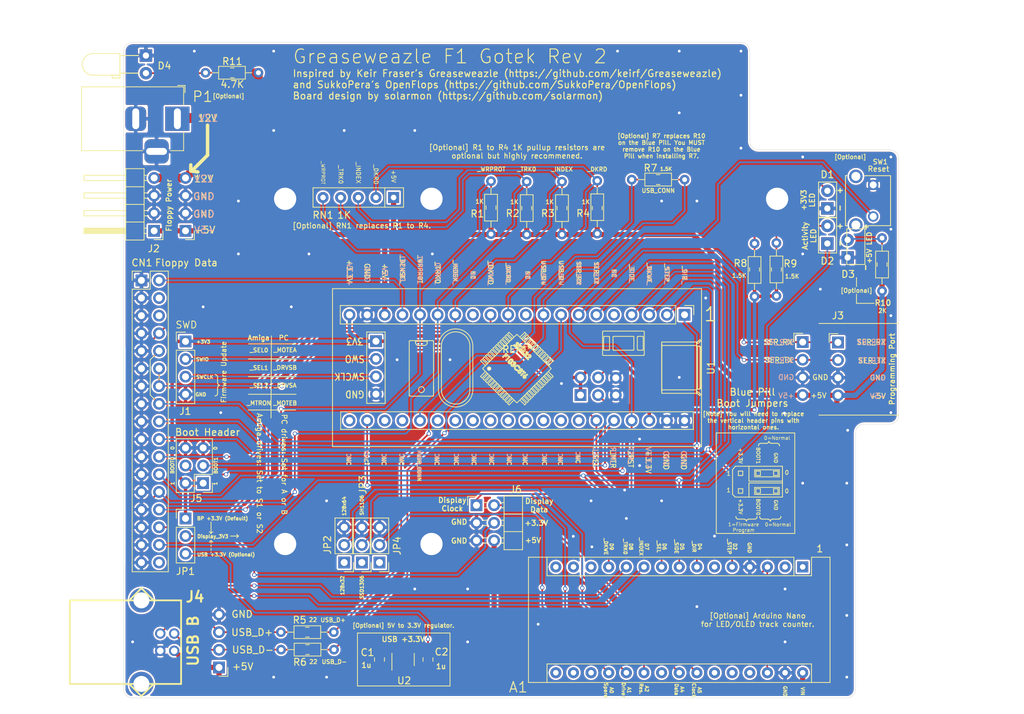
<source format=kicad_pcb>
(kicad_pcb (version 20171130) (host pcbnew "(5.1.9)-1")
  (title_block (title "Greaseweazle F1 Gotek Rev 2") (date 2020-12-08) (rev 2) (company solarmon))
  (layers (0 F.Cu signal) (31 B.Cu signal) (34 B.Paste user) (35 F.Paste user) (36 B.SilkS user) (37 F.SilkS user) (38 B.Mask user) (39 F.Mask user) (44 Edge.Cuts user))
  (net 0 "")
  (net 1 GND)
  (net 2 +3V3)
  (net 3 +5V)
  (net 4 "Net-(D1-Pad2)")
  (net 5 "Net-(CN1-Pad34)")
  (net 6 /_SIDE)
  (net 7 /_DKRD)
  (net 8 /_WRPROT)
  (net 9 /_TRK0)
  (net 10 /_DKWE)
  (net 11 /_DKWD)
  (net 12 /_STEP)
  (net 13 /_DIR)
  (net 14 /_INDEX)
  (net 15 "Net-(CN1-Pad6)")
  (net 16 "Net-(CN1-Pad4)")
  (net 17 /_DENSEL)
  (net 18 /USB_CONN)
  (net 19 /_SEL)
  (net 20 "Net-(U1-Pad34)")
  (net 21 "Net-(U1-Pad33)")
  (net 22 "Net-(U1-Pad13)")
  (net 23 "Net-(U1-Pad32)")
  (net 24 "Net-(U1-Pad31)")
  (net 25 "Net-(U1-Pad30)")
  (net 26 "Net-(U1-Pad10)")
  (net 27 "Net-(U1-Pad29)")
  (net 28 "Net-(U1-Pad28)")
  (net 29 "Net-(U1-Pad27)")
  (net 30 /SER_RX)
  (net 31 "Net-(U1-Pad26)")
  (net 32 /SER_TX)
  (net 33 "Net-(U1-Pad5)")
  (net 34 "Net-(U1-Pad24)")
  (net 35 "Net-(U1-Pad23)")
  (net 36 "Net-(U1-Pad21)")
  (net 37 /_MTR)
  (net 38 /USB_D+)
  (net 39 /USB_D-)
  (net 40 "Net-(D2-Pad2)")
  (net 41 /_ACT)
  (net 42 /_RST)
  (net 43 "Net-(D3-Pad2)")
  (net 44 /SWD_SWIO)
  (net 45 /SWD_SWCLK)
  (net 46 /BOOT0)
  (net 47 /BOOT1)
  (net 48 "Net-(J4-Pad2)")
  (net 49 "Net-(J4-Pad3)")
  (net 50 +12V)
  (net 51 "Net-(D4-Pad2)")
  (net 52 "Net-(U2-Pad4)")
  (net 53 "Net-(A1-Pad16)")
  (net 54 "Net-(A1-Pad15)")
  (net 55 "Net-(A1-Pad14)")
  (net 56 "Net-(A1-Pad13)")
  (net 57 "Net-(A1-Pad27)")
  (net 58 "Net-(A1-Pad26)")
  (net 59 "Net-(A1-Pad25)")
  (net 60 "Net-(A1-Pad22)")
  (net 61 "Net-(A1-Pad6)")
  (net 62 "Net-(A1-Pad18)")
  (net 63 "Net-(A1-Pad2)")
  (net 64 "Net-(A1-Pad17)")
  (net 65 "Net-(A1-Pad1)")
  (net 66 /Display_Clock)
  (net 67 /Display_Data)
  (net 68 /Display_3V3)
  (net 69 /USB_3V3)
  (net 70 /JP_OLED_DR)
  (net 71 /JP_OLED_RES)
  (net 72 "Net-(JP2-Pad1)")
  (net 73 "Net-(JP3-Pad1)")
  (net 74 /JP_SPARE)
  (net 75 "Net-(JP4-Pad1)")
  (module solarmon_library:Floppy_Drive (layer F.Cu) (at 154.2288 85.9282)
    (fp_text reference REF**)
    (fp_text value Floppy_Drive)
  )
  (module solarmon_library:3-digit-LED-Display (layer F.Cu) (at 205.613 113.03)
    (fp_text reference REF** hide)
    (fp_text value Display)
  )
  (module solarmon_library:Gotek_Lower_Case (layer F.Cu) (at 151.6634 85.8774)
    (fp_text reference REF** (at 0.254 -3.556) (layer F.SilkS))
    (fp_text value Gotek_Lower_Case)
  )
  (module Connector_PinHeader_2.54mm:PinHeader_1x03_P2.54mm_Vertical (layer F.Cu) (at 132.08 113.03 180)
    (fp_text reference JP4 (at -2.54 2.413 90) (layer F.SilkS))
    (fp_text value SPARE)
    (pad 3 thru_hole oval (at 0 5.08 180) (size 1.7 1.7) (drill 1) (layers *.Cu *.Mask) (net 1 GND))
    (pad 2 thru_hole oval (at 0 2.54 180) (size 1.7 1.7) (drill 1) (layers *.Cu *.Mask) (net 74 /JP_SPARE))
    (pad 1 thru_hole rect (at 0 0 180) (size 1.7 1.7) (drill 1) (layers *.Cu *.Mask) (net 75 "Net-(JP4-Pad1)"))
  )
  (module Connector_PinHeader_2.54mm:PinHeader_1x03_P2.54mm_Vertical (layer F.Cu) (at 129.54 113.03 180)
    (fp_text reference JP3 (at -0.1524 11.2014 270) (layer F.SilkS))
    (fp_text value "OLED Driver" hide)
    (pad 3 thru_hole oval (at 0 5.08 180) (size 1.7 1.7) (drill 1) (layers *.Cu *.Mask) (net 1 GND))
    (pad 2 thru_hole oval (at 0 2.54 180) (size 1.7 1.7) (drill 1) (layers *.Cu *.Mask) (net 70 /JP_OLED_DR))
    (pad 1 thru_hole rect (at 0 0 180) (size 1.7 1.7) (drill 1) (layers *.Cu *.Mask) (net 73 "Net-(JP3-Pad1)"))
  )
  (module Connector_PinHeader_2.54mm:PinHeader_1x03_P2.54mm_Vertical (layer F.Cu) (at 127 113.03 180)
    (fp_text reference JP2 (at 2.413 2.54 270) (layer F.SilkS))
    (fp_text value "OLED Resolution" hide)
    (pad 3 thru_hole oval (at 0 5.08 180) (size 1.7 1.7) (drill 1) (layers *.Cu *.Mask) (net 1 GND))
    (pad 2 thru_hole oval (at 0 2.54 180) (size 1.7 1.7) (drill 1) (layers *.Cu *.Mask) (net 71 /JP_OLED_RES))
    (pad 1 thru_hole rect (at 0 0 180) (size 1.7 1.7) (drill 1) (layers *.Cu *.Mask) (net 72 "Net-(JP2-Pad1)"))
  )
  (module Connector_PinHeader_2.54mm:PinHeader_1x03_P2.54mm_Vertical (layer F.Cu) (at 104.14 106.68)
    (fp_text reference JP1 (at 0 7.62) (layer F.SilkS))
    (fp_text value "+3.3V Jumper")
    (pad 3 thru_hole oval (at 0 5.08) (size 1.7 1.7) (drill 1) (layers *.Cu *.Mask) (net 69 /USB_3V3))
    (pad 2 thru_hole oval (at 0 2.54) (size 1.7 1.7) (drill 1) (layers *.Cu *.Mask) (net 68 /Display_3V3))
    (pad 1 thru_hole rect (at 0 0) (size 1.7 1.7) (drill 1) (layers *.Cu *.Mask) (net 2 +3V3))
  )
  (module Connector_PinHeader_2.54mm:PinHeader_2x03_P2.54mm_Horizontal (layer F.Cu) (at 146.05 104.775)
    (fp_text reference J6 (at 5.655 -2.27) (layer F.SilkS))
    (fp_text value LEDC68)
    (pad 6 thru_hole oval (at 2.54 5.08) (size 1.7 1.7) (drill 1) (layers *.Cu *.Mask) (net 3 +5V))
    (pad 5 thru_hole oval (at 0 5.08) (size 1.7 1.7) (drill 1) (layers *.Cu *.Mask) (net 1 GND))
    (pad 4 thru_hole oval (at 2.54 2.54) (size 1.7 1.7) (drill 1) (layers *.Cu *.Mask) (net 68 /Display_3V3))
    (pad 3 thru_hole oval (at 0 2.54) (size 1.7 1.7) (drill 1) (layers *.Cu *.Mask) (net 1 GND))
    (pad 2 thru_hole oval (at 2.54 0) (size 1.7 1.7) (drill 1) (layers *.Cu *.Mask) (net 67 /Display_Data))
    (pad 1 thru_hole rect (at 0 0) (size 1.7 1.7) (drill 1) (layers *.Cu *.Mask) (net 66 /Display_Clock))
  )
  (module Connector_PinHeader_2.54mm:PinHeader_1x04_P2.54mm_Horizontal (layer F.Cu) (at 193.04 81.28)
    (fp_text reference J3 hide)
    (fp_text value PinHeader_1x04_P2.54mm_Vertical)
    (pad 1 thru_hole rect (at 0 0) (size 1.7 1.7) (drill 1) (layers *.Cu *.Mask) (net 30 /SER_RX))
    (pad 2 thru_hole oval (at 0 2.54) (size 1.7 1.7) (drill 1) (layers *.Cu *.Mask) (net 32 /SER_TX))
    (pad 3 thru_hole oval (at 0 5.08) (size 1.7 1.7) (drill 1) (layers *.Cu *.Mask) (net 1 GND))
    (pad 4 thru_hole oval (at 0 7.62) (size 1.7 1.7) (drill 1) (layers *.Cu *.Mask) (net 3 +5V))
  )
  (module Connector_PinHeader_2.54mm:PinHeader_1x04_P2.54mm_Horizontal (layer F.Cu) (at 104.14 65.2526 180)
    (fp_text reference J2 hide)
    (fp_text value PinHeader_1x04_P2.54mm_Vertical)
    (pad 1 thru_hole rect (at 0 0 180) (size 1.7 1.7) (drill 1) (layers *.Cu *.Mask) (net 3 +5V))
    (pad 2 thru_hole oval (at 0 2.54 180) (size 1.7 1.7) (drill 1) (layers *.Cu *.Mask) (net 1 GND))
    (pad 3 thru_hole oval (at 0 5.08 180) (size 1.7 1.7) (drill 1) (layers *.Cu *.Mask) (net 1 GND))
    (pad 4 thru_hole oval (at 0 7.62 180) (size 1.7 1.7) (drill 1) (layers *.Cu *.Mask) (net 50 +12V))
  )
  (module solarmon_library:3-digit-LED-Display (layer F.Cu) (at 222.123 116.205)
    (fp_text reference REF** hide)
    (fp_text value Display)
  )
  (module Module:Arduino_Nano (layer F.Cu) (at 193.04 113.665 270)
    (fp_text reference A1 (at 17.3228 40.9702 180) (layer F.SilkS) (effects (font (size 1.5 1.5))))
    (fp_text value Arduino_Nano_v3.x)
    (pad 16 thru_hole oval (at 15.24 35.56 270) (size 1.6 1.6) (drill 0.8) (layers *.Cu *.Mask) (net 53 "Net-(A1-Pad16)"))
    (pad 15 thru_hole oval (at 0 35.56 270) (size 1.6 1.6) (drill 0.8) (layers *.Cu *.Mask) (net 54 "Net-(A1-Pad15)"))
    (pad 30 thru_hole oval (at 15.24 0 270) (size 1.6 1.6) (drill 0.8) (layers *.Cu *.Mask) (net 3 +5V))
    (pad 14 thru_hole oval (at 0 33.02 270) (size 1.6 1.6) (drill 0.8) (layers *.Cu *.Mask) (net 55 "Net-(A1-Pad14)"))
    (pad 29 thru_hole oval (at 15.24 2.54 270) (size 1.6 1.6) (drill 0.8) (layers *.Cu *.Mask) (net 1 GND))
    (pad 13 thru_hole oval (at 0 30.48 270) (size 1.6 1.6) (drill 0.8) (layers *.Cu *.Mask) (net 56 "Net-(A1-Pad13)"))
    (pad 28 thru_hole oval (at 15.24 5.08 270) (size 1.6 1.6) (drill 0.8) (layers *.Cu *.Mask) (net 42 /_RST))
    (pad 12 thru_hole oval (at 0 27.94 270) (size 1.6 1.6) (drill 0.8) (layers *.Cu *.Mask) (net 10 /_DKWE))
    (pad 27 thru_hole oval (at 15.24 7.62 270) (size 1.6 1.6) (drill 0.8) (layers *.Cu *.Mask) (net 57 "Net-(A1-Pad27)"))
    (pad 11 thru_hole oval (at 0 25.4 270) (size 1.6 1.6) (drill 0.8) (layers *.Cu *.Mask) (net 9 /_TRK0))
    (pad 26 thru_hole oval (at 15.24 10.16 270) (size 1.6 1.6) (drill 0.8) (layers *.Cu *.Mask) (net 58 "Net-(A1-Pad26)"))
    (pad 10 thru_hole oval (at 0 22.86 270) (size 1.6 1.6) (drill 0.8) (layers *.Cu *.Mask) (net 14 /_INDEX))
    (pad 25 thru_hole oval (at 15.24 12.7 270) (size 1.6 1.6) (drill 0.8) (layers *.Cu *.Mask) (net 59 "Net-(A1-Pad25)"))
    (pad 9 thru_hole oval (at 0 20.32 270) (size 1.6 1.6) (drill 0.8) (layers *.Cu *.Mask) (net 19 /_SEL))
    (pad 24 thru_hole oval (at 15.24 15.24 270) (size 1.6 1.6) (drill 0.8) (layers *.Cu *.Mask) (net 66 /Display_Clock))
    (pad 8 thru_hole oval (at 0 17.78 270) (size 1.6 1.6) (drill 0.8) (layers *.Cu *.Mask) (net 6 /_SIDE))
    (pad 23 thru_hole oval (at 15.24 17.78 270) (size 1.6 1.6) (drill 0.8) (layers *.Cu *.Mask) (net 67 /Display_Data))
    (pad 7 thru_hole oval (at 0 15.24 270) (size 1.6 1.6) (drill 0.8) (layers *.Cu *.Mask) (net 13 /_DIR))
    (pad 22 thru_hole oval (at 15.24 20.32 270) (size 1.6 1.6) (drill 0.8) (layers *.Cu *.Mask) (net 60 "Net-(A1-Pad22)"))
    (pad 6 thru_hole oval (at 0 12.7 270) (size 1.6 1.6) (drill 0.8) (layers *.Cu *.Mask) (net 61 "Net-(A1-Pad6)"))
    (pad 21 thru_hole oval (at 15.24 22.86 270) (size 1.6 1.6) (drill 0.8) (layers *.Cu *.Mask) (net 71 /JP_OLED_RES))
    (pad 5 thru_hole oval (at 0 10.16 270) (size 1.6 1.6) (drill 0.8) (layers *.Cu *.Mask) (net 12 /_STEP))
    (pad 20 thru_hole oval (at 15.24 25.4 270) (size 1.6 1.6) (drill 0.8) (layers *.Cu *.Mask) (net 70 /JP_OLED_DR))
    (pad 4 thru_hole oval (at 0 7.62 270) (size 1.6 1.6) (drill 0.8) (layers *.Cu *.Mask) (net 1 GND))
    (pad 19 thru_hole oval (at 15.24 27.94 270) (size 1.6 1.6) (drill 0.8) (layers *.Cu *.Mask) (net 74 /JP_SPARE))
    (pad 3 thru_hole oval (at 0 5.08 270) (size 1.6 1.6) (drill 0.8) (layers *.Cu *.Mask) (net 42 /_RST))
    (pad 18 thru_hole oval (at 15.24 30.48 270) (size 1.6 1.6) (drill 0.8) (layers *.Cu *.Mask) (net 62 "Net-(A1-Pad18)"))
    (pad 2 thru_hole oval (at 0 2.54 270) (size 1.6 1.6) (drill 0.8) (layers *.Cu *.Mask) (net 63 "Net-(A1-Pad2)"))
    (pad 17 thru_hole oval (at 15.24 33.02 270) (size 1.6 1.6) (drill 0.8) (layers *.Cu *.Mask) (net 64 "Net-(A1-Pad17)"))
    (pad 1 thru_hole rect (at 0 0 270) (size 1.6 1.6) (drill 0.8) (layers *.Cu *.Mask) (net 65 "Net-(A1-Pad1)"))
  )
  (module Capacitor_SMD:C_0805_2012Metric_Pad1.15x1.40mm_HandSolder (layer F.Cu) (at 139.065 127 270)
    (fp_text reference C2 (at -1.0922 -1.9558 180) (layer F.SilkS))
    (fp_text value 1u (at 0.9906 -1.8796 180) (layer F.SilkS) (effects (font (size 0.75 0.75))))
    (pad 2 smd roundrect (at 1.025 0 270) (size 1.15 1.4) (layers F.Cu F.Paste F.Mask) (roundrect_rratio 0.217391) (net 1 GND))
    (pad 1 smd roundrect (at -1.025 0 270) (size 1.15 1.4) (layers F.Cu F.Paste F.Mask) (roundrect_rratio 0.217391) (net 69 /USB_3V3))
  )
  (module Capacitor_SMD:C_0805_2012Metric_Pad1.15x1.40mm_HandSolder (layer F.Cu) (at 132.08 127 90)
    (fp_text reference C1 (at 1.016 -1.7272 180) (layer F.SilkS))
    (fp_text value 1u (at -0.8128 -1.8796 180) (layer F.SilkS) (effects (font (size 0.75 0.75))))
    (pad 2 smd roundrect (at 1.025 0 90) (size 1.15 1.4) (layers F.Cu F.Paste F.Mask) (roundrect_rratio 0.217391) (net 1 GND))
    (pad 1 smd roundrect (at -1.025 0 90) (size 1.15 1.4) (layers F.Cu F.Paste F.Mask) (roundrect_rratio 0.217391) (net 3 +5V))
  )
  (module Package_TO_SOT_SMD:SOT-23-5 (layer F.Cu) (at 135.478201 127 90)
    (fp_text reference U2 (at -3.048 0.157799 180) (layer F.SilkS))
    (fp_text value AP2112K-3.3)
    (pad 5 smd rect (at 1.1 -0.95 90) (size 1.06 0.65) (layers F.Cu F.Paste F.Mask) (net 69 /USB_3V3))
    (pad 4 smd rect (at 1.1 0.95 90) (size 1.06 0.65) (layers F.Cu F.Paste F.Mask) (net 52 "Net-(U2-Pad4)"))
    (pad 3 smd rect (at -1.1 0.95 90) (size 1.06 0.65) (layers F.Cu F.Paste F.Mask) (net 3 +5V))
    (pad 2 smd rect (at -1.1 0 90) (size 1.06 0.65) (layers F.Cu F.Paste F.Mask) (net 1 GND))
    (pad 1 smd rect (at -1.1 -0.95 90) (size 1.06 0.65) (layers F.Cu F.Paste F.Mask) (net 3 +5V))
  )
  (module Connector_PinHeader_2.54mm:PinHeader_2x03_P2.54mm_Vertical (layer F.Cu) (at 106.68 101.6 180)
    (fp_text reference J5 (at 0.9906 -2.1844) (layer F.SilkS))
    (fp_text value "Boot Header" (at -0.635 7.3406) (layer F.SilkS))
    (pad 6 thru_hole oval (at 2.54 5.08 180) (size 1.7 1.7) (drill 1) (layers *.Cu *.Mask) (net 1 GND))
    (pad 5 thru_hole oval (at 0 5.08 180) (size 1.7 1.7) (drill 1) (layers *.Cu *.Mask) (net 1 GND))
    (pad 4 thru_hole oval (at 2.54 2.54 180) (size 1.7 1.7) (drill 1) (layers *.Cu *.Mask) (net 47 /BOOT1))
    (pad 3 thru_hole oval (at 0 2.54 180) (size 1.7 1.7) (drill 1) (layers *.Cu *.Mask) (net 46 /BOOT0))
    (pad 2 thru_hole oval (at 2.54 0 180) (size 1.7 1.7) (drill 1) (layers *.Cu *.Mask) (net 2 +3V3))
    (pad 1 thru_hole rect (at 0 0 180) (size 1.7 1.7) (drill 1) (layers *.Cu *.Mask) (net 2 +3V3))
  )
  (module Connector_PinHeader_2.54mm:PinHeader_1x04_P2.54mm_Vertical (layer F.Cu) (at 104.14 81.1784)
    (fp_text reference J1 (at -0.0254 10.0584) (layer F.SilkS))
    (fp_text value SWD)
    (pad 4 thru_hole oval (at 0 7.62) (size 1.7 1.7) (drill 1) (layers *.Cu *.Mask) (net 1 GND))
    (pad 3 thru_hole oval (at 0 5.08) (size 1.7 1.7) (drill 1) (layers *.Cu *.Mask) (net 45 /SWD_SWCLK))
    (pad 2 thru_hole oval (at 0 2.54) (size 1.7 1.7) (drill 1) (layers *.Cu *.Mask) (net 44 /SWD_SWIO))
    (pad 1 thru_hole rect (at 0 0) (size 1.7 1.7) (drill 1) (layers *.Cu *.Mask) (net 2 +3V3))
  )
  (module Kicad-STM32-master:YAAJ_BluePill_SWD_1_BootPins (layer F.Cu) (at 176.022 77.343 270)
    (fp_text reference U1 (at 7.62 -3.81 270) (layer F.SilkS))
    (fp_text value "Blue Pill" hide)
    (fp_text user 3V3 (at 3.81 47.498 180 unlocked) (layer F.SilkS) (effects (font (size 1 0.9))))
    (fp_text user SWO (at 6.35 47.498 180 unlocked) (layer F.SilkS) (effects (font (size 1 0.9))))
    (fp_text user SWCLK (at 8.89 48.26 180 unlocked) (layer F.SilkS) (effects (font (size 1 0.9))))
    (fp_text user GND (at 11.43 47.498 180 unlocked) (layer F.SilkS) (effects (font (size 1 0.9))))
    (pad 41 thru_hole rect (at 3.81 44.45 270) (size 1.7 1.7) (drill 1) (layers *.Cu *.Mask) (net 2 +3V3))
    (pad 42 thru_hole circle (at 6.35 44.45 270) (size 1.7 1.7) (drill 1) (layers *.Cu *.Mask) (net 44 /SWD_SWIO))
    (pad 43 thru_hole circle (at 8.89 44.45 270) (size 1.7 1.7) (drill 1) (layers *.Cu *.Mask) (net 45 /SWD_SWCLK))
    (pad 44 thru_hole circle (at 11.43 44.45 270) (size 1.7 1.7) (drill 1) (layers *.Cu *.Mask) (net 1 GND))
    (pad 40 thru_hole circle (at 15.24 0 270) (size 1.7 1.7) (drill 1) (layers *.Cu *.Mask) (net 1 GND))
    (pad 1 thru_hole rect (at 0 0 270) (size 1.7 1.7) (drill 1) (layers *.Cu *.Mask) (net 13 /_DIR))
    (pad 39 thru_hole circle (at 15.24 2.54 270) (size 1.7 1.7) (drill 1) (layers *.Cu *.Mask) (net 1 GND))
    (pad 2 thru_hole circle (at 0 2.54 270) (size 1.7 1.7) (drill 1) (layers *.Cu *.Mask) (net 12 /_STEP))
    (pad 38 thru_hole circle (at 15.24 5.08 270) (size 1.7 1.7) (drill 1) (layers *.Cu *.Mask) (net 2 +3V3))
    (pad 3 thru_hole circle (at 0 5.08 270) (size 1.7 1.7) (drill 1) (layers *.Cu *.Mask) (net 10 /_DKWE))
    (pad 37 thru_hole circle (at 15.24 7.62 270) (size 1.7 1.7) (drill 1) (layers *.Cu *.Mask) (net 42 /_RST))
    (pad 4 thru_hole circle (at 0 7.62 270) (size 1.7 1.7) (drill 1) (layers *.Cu *.Mask) (net 6 /_SIDE))
    (pad 36 thru_hole circle (at 15.24 10.16 270) (size 1.7 1.7) (drill 1) (layers *.Cu *.Mask) (net 37 /_MTR))
    (pad 5 thru_hole circle (at 0 10.16 270) (size 1.7 1.7) (drill 1) (layers *.Cu *.Mask) (net 33 "Net-(U1-Pad5)"))
    (pad 35 thru_hole circle (at 15.24 12.7 270) (size 1.7 1.7) (drill 1) (layers *.Cu *.Mask) (net 19 /_SEL))
    (pad 6 thru_hole circle (at 0 12.7 270) (size 1.7 1.7) (drill 1) (layers *.Cu *.Mask) (net 32 /SER_TX))
    (pad 34 thru_hole circle (at 15.24 15.24 270) (size 1.7 1.7) (drill 1) (layers *.Cu *.Mask) (net 20 "Net-(U1-Pad34)"))
    (pad 7 thru_hole circle (at 0 15.24 270) (size 1.7 1.7) (drill 1) (layers *.Cu *.Mask) (net 30 /SER_RX))
    (pad 33 thru_hole circle (at 15.24 17.78 270) (size 1.7 1.7) (drill 1) (layers *.Cu *.Mask) (net 21 "Net-(U1-Pad33)"))
    (pad 8 thru_hole circle (at 0 17.78 270) (size 1.7 1.7) (drill 1) (layers *.Cu *.Mask) (net 39 /USB_D-))
    (pad 32 thru_hole circle (at 15.24 20.32 270) (size 1.7 1.7) (drill 1) (layers *.Cu *.Mask) (net 23 "Net-(U1-Pad32)"))
    (pad 9 thru_hole circle (at 0 20.32 270) (size 1.7 1.7) (drill 1) (layers *.Cu *.Mask) (net 38 /USB_D+))
    (pad 31 thru_hole circle (at 15.24 22.86 270) (size 1.7 1.7) (drill 1) (layers *.Cu *.Mask) (net 24 "Net-(U1-Pad31)"))
    (pad 10 thru_hole circle (at 0 22.86 270) (size 1.7 1.7) (drill 1) (layers *.Cu *.Mask) (net 26 "Net-(U1-Pad10)"))
    (pad 30 thru_hole circle (at 15.24 25.4 270) (size 1.7 1.7) (drill 1) (layers *.Cu *.Mask) (net 25 "Net-(U1-Pad30)"))
    (pad 11 thru_hole circle (at 0 25.4 270) (size 1.7 1.7) (drill 1) (layers *.Cu *.Mask) (net 7 /_DKRD))
    (pad 29 thru_hole circle (at 15.24 27.94 270) (size 1.7 1.7) (drill 1) (layers *.Cu *.Mask) (net 27 "Net-(U1-Pad29)"))
    (pad 12 thru_hole circle (at 0 27.94 270) (size 1.7 1.7) (drill 1) (layers *.Cu *.Mask) (net 11 /_DKWD))
    (pad 28 thru_hole circle (at 15.24 30.48 270) (size 1.7 1.7) (drill 1) (layers *.Cu *.Mask) (net 28 "Net-(U1-Pad28)"))
    (pad 13 thru_hole circle (at 0 30.48 270) (size 1.7 1.7) (drill 1) (layers *.Cu *.Mask) (net 22 "Net-(U1-Pad13)"))
    (pad 27 thru_hole circle (at 15.24 33.02 270) (size 1.7 1.7) (drill 1) (layers *.Cu *.Mask) (net 29 "Net-(U1-Pad27)"))
    (pad 14 thru_hole circle (at 0 33.02 270) (size 1.7 1.7) (drill 1) (layers *.Cu *.Mask) (net 14 /_INDEX))
    (pad 26 thru_hole circle (at 15.24 35.56 270) (size 1.7 1.7) (drill 1) (layers *.Cu *.Mask) (net 31 "Net-(U1-Pad26)"))
    (pad 15 thru_hole circle (at 0 35.56 270) (size 1.7 1.7) (drill 1) (layers *.Cu *.Mask) (net 9 /_TRK0))
    (pad 25 thru_hole circle (at 15.24 38.1 270) (size 1.7 1.7) (drill 1) (layers *.Cu *.Mask) (net 18 /USB_CONN))
    (pad 16 thru_hole circle (at 0 38.1 270) (size 1.7 1.7) (drill 1) (layers *.Cu *.Mask) (net 8 /_WRPROT))
    (pad 24 thru_hole circle (at 15.24 40.64 270) (size 1.7 1.7) (drill 1) (layers *.Cu *.Mask) (net 34 "Net-(U1-Pad24)"))
    (pad 17 thru_hole circle (at 0 40.64 270) (size 1.7 1.7) (drill 1) (layers *.Cu *.Mask) (net 17 /_DENSEL))
    (pad 23 thru_hole circle (at 15.24 43.18 270) (size 1.7 1.7) (drill 1) (layers *.Cu *.Mask) (net 35 "Net-(U1-Pad23)"))
    (pad 18 thru_hole circle (at 0 43.18 270) (size 1.7 1.7) (drill 1) (layers *.Cu *.Mask) (net 3 +5V))
    (pad 22 thru_hole circle (at 15.24 45.72 270) (size 1.7 1.7) (drill 1) (layers *.Cu *.Mask) (net 41 /_ACT))
    (pad 19 thru_hole circle (at 0 45.72 270) (size 1.7 1.7) (drill 1) (layers *.Cu *.Mask) (net 1 GND))
    (pad 21 thru_hole circle (at 15.24 48.26 270) (size 1.7 1.7) (drill 1) (layers *.Cu *.Mask) (net 36 "Net-(U1-Pad21)"))
    (pad 20 thru_hole circle (at 0 48.26 270) (size 1.7 1.7) (drill 1) (layers *.Cu *.Mask) (net 2 +3V3))
    (pad 46 thru_hole circle (at 11.5697 12.446 270) (size 1.7 1.7) (drill 1) (layers *.Cu *.Mask) (net 46 /BOOT0))
    (pad 47 thru_hole circle (at 11.5697 9.906 270) (size 1.7 1.7) (drill 1) (layers *.Cu *.Mask) (net 1 GND))
    (pad 45 thru_hole rect (at 11.5697 14.986 270) (size 1.7 1.7) (drill 1) (layers *.Cu *.Mask) (net 2 +3V3))
    (pad 50 thru_hole circle (at 9.0932 9.906 270) (size 1.7 1.7) (drill 1) (layers *.Cu *.Mask) (net 1 GND))
    (pad 49 thru_hole circle (at 9.0297 12.446 270) (size 1.7 1.7) (drill 1) (layers *.Cu *.Mask) (net 47 /BOOT1))
    (pad 48 thru_hole circle (at 9.0297 14.986 270) (size 1.7 1.7) (drill 1) (layers *.Cu *.Mask) (net 2 +3V3))
  )
  (module Resistor_THT:R_Axial_DIN0204_L3.6mm_D1.6mm_P7.62mm_Horizontal (layer F.Cu) (at 114.6429 42.4815 180)
    (fp_text reference R11 hide)
    (fp_text value R_Axial_DIN0204_L3.6mm_D1.6mm_P7.62mm_Horizontal)
    (pad 1 thru_hole circle (at 0 0 180) (size 1.4 1.4) (drill 0.7) (layers *.Cu *.Mask) (net 50 +12V))
    (pad 2 thru_hole oval (at 7.62 0 180) (size 1.4 1.4) (drill 0.7) (layers *.Cu *.Mask) (net 51 "Net-(D4-Pad2)"))
  )
  (module Resistor_SMD:R_0805_2012Metric (layer F.Cu) (at 110.8837 42.4942)
    (fp_text reference R11 (at 0 -1.65) (layer F.SilkS))
    (fp_text value 4.7K (at 0 1.65) (layer F.SilkS))
    (pad 2 smd roundrect (at 0.9375 0) (size 0.975 1.4) (layers F.Cu F.Paste F.Mask) (net 50 +12V))
    (pad 1 smd roundrect (at -0.9375 0) (size 0.975 1.4) (layers F.Cu F.Paste F.Mask) (net 51 "Net-(D4-Pad2)"))
  )
  (module LED_THT:LED_D3.0mm_Horizontal_O3.81mm_Z6.0mm (layer F.Cu) (at 98.4377 40.005 270)
    (fp_text reference D4 (at 1.4732 -2.667 180) (layer F.SilkS))
    (fp_text value "+5V LED")
    (pad 2 thru_hole circle (at 2.54 0 270) (size 1.8 1.8) (drill 0.9) (layers *.Cu *.Mask) (net 51 "Net-(D4-Pad2)"))
    (pad 1 thru_hole rect (at 0 0 270) (size 1.8 1.8) (drill 0.9) (layers *.Cu *.Mask) (net 1 GND))
  )
  (module Connector_BarrelJack:BarrelJack_Horizontal (layer F.Cu) (at 102.9716 49.1109)
    (fp_text reference P1 (at 3.6322 -3.1877) (layer F.SilkS) (effects (font (size 1.5 1.5))))
    (fp_text value "12V Power")
    (pad 3 thru_hole roundrect (at -3 4.7) (size 3.5 3.5) (drill oval 3 1) (layers *.Cu *.Mask) (net 1 GND))
    (pad 2 thru_hole roundrect (at -6 0) (size 3 3.5) (drill oval 1 3) (layers *.Cu *.Mask) (net 1 GND))
    (pad 1 thru_hole rect (at 0 0) (size 3.5 3.5) (drill oval 1 3) (layers *.Cu *.Mask) (net 50 +12V))
  )
  (module Connector_PinHeader_2.54mm:PinHeader_1x04_P2.54mm_Horizontal (layer F.Cu) (at 108.966 128.143 180)
    (fp_text reference J1 hide)
    (fp_text value PinHeader_1x04_P2.54mm_Vertical)
    (pad 4 thru_hole oval (at 0 7.62 180) (size 1.7 1.7) (drill 1) (layers *.Cu *.Mask) (net 1 GND))
    (pad 3 thru_hole oval (at 0 5.08 180) (size 1.7 1.7) (drill 1) (layers *.Cu *.Mask) (net 49 "Net-(J4-Pad3)"))
    (pad 2 thru_hole oval (at 0 2.54 180) (size 1.7 1.7) (drill 1) (layers *.Cu *.Mask) (net 48 "Net-(J4-Pad2)"))
    (pad 1 thru_hole rect (at 0 0 180) (size 1.7 1.7) (drill 1) (layers *.Cu *.Mask) (net 3 +5V))
  )
  (module LED_THT:LED_D3.0mm_Horizontal_O3.81mm_Z6.0mm (layer F.Cu) (at 199.517 69.088 90)
    (fp_text reference D3 (at -2.413 0.0635 180) (layer F.SilkS))
    (fp_text value "+5V LED")
    (pad 2 thru_hole circle (at 2.54 0 90) (size 1.8 1.8) (drill 0.9) (layers *.Cu *.Mask) (net 43 "Net-(D3-Pad2)"))
    (pad 1 thru_hole rect (at 0 0 90) (size 1.8 1.8) (drill 0.9) (layers *.Cu *.Mask) (net 1 GND))
  )
  (module Resistor_THT:R_Axial_DIN0204_L3.6mm_D1.6mm_P7.62mm_Horizontal (layer F.Cu) (at 204.47 66.294 270)
    (fp_text reference R10 hide)
    (fp_text value R_Axial_DIN0204_L3.6mm_D1.6mm_P7.62mm_Horizontal)
    (pad 2 thru_hole oval (at 7.62 0 270) (size 1.4 1.4) (drill 0.7) (layers *.Cu *.Mask) (net 3 +5V))
    (pad 1 thru_hole circle (at 0 0 270) (size 1.4 1.4) (drill 0.7) (layers *.Cu *.Mask) (net 43 "Net-(D3-Pad2)"))
  )
  (module Resistor_SMD:R_0805_2012Metric (layer F.Cu) (at 204.47 70.104 270)
    (fp_text reference R10 (at 5.5245 -0.127 180) (layer F.SilkS) (effects (font (size 0.8 0.8))))
    (fp_text value 2K (at 6.6675 -0.0635 180) (layer F.SilkS) (effects (font (size 0.6 0.6) (thickness 0.125))))
    (pad 2 smd roundrect (at 0.9375 0 270) (size 0.975 1.4) (layers F.Cu F.Paste F.Mask) (net 3 +5V))
    (pad 1 smd roundrect (at -0.9375 0 270) (size 0.975 1.4) (layers F.Cu F.Paste F.Mask) (net 43 "Net-(D3-Pad2)"))
  )
  (module w_conn_pc:conn_usb_B (layer F.Cu) (at 95.504 124.5 270)
    (fp_text reference J4 (at -6.5278 -10.0076 180) (layer F.SilkS) (effects (font (size 1.524 1.524) (thickness 0.3048))))
    (fp_text value "USB B" (at -0.1778 -9.7282 90) (layer F.SilkS) (effects (font (size 1.524 1.524) (thickness 0.3048))))
    (pad "" thru_hole circle (at 6.0198 -2.286 270) (size 3.50012 3.50012) (drill 2.30124) (layers *.Cu *.Mask))
    (pad "" thru_hole circle (at -6.0198 -2.286 270) (size 3.50012 3.50012) (drill 2.30124) (layers *.Cu *.Mask))
    (pad 2 thru_hole circle (at -1.2446 -7.0104 270) (size 1.50114 1.50114) (drill 0.94996) (layers *.Cu *.Mask) (net 48 "Net-(J4-Pad2)"))
    (pad 1 thru_hole circle (at 1.2446 -7.0104 270) (size 1.50114 1.50114) (drill 0.94996) (layers *.Cu *.Mask) (net 3 +5V))
    (pad 4 thru_hole circle (at 1.2446 -5.0038 270) (size 1.50114 1.50114) (drill 0.94996) (layers *.Cu *.Mask) (net 1 GND))
    (pad 3 thru_hole circle (at -1.2446 -5.0038 270) (size 1.50114 1.50114) (drill 0.94996) (layers *.Cu *.Mask) (net 49 "Net-(J4-Pad3)"))
  )
  (module Connector_PinHeader_2.54mm:PinHeader_1x04_P2.54mm_Horizontal (layer F.Cu) (at 198.12 81.3308)
    (fp_text reference J3 (at 0 -3.8608) (layer F.SilkS))
    (fp_text value "Programming Port" (at 7.7978 3.8354 90) (layer F.SilkS) (effects (font (size 0.75 0.75))))
    (pad 4 thru_hole oval (at 0 7.62) (size 1.7 1.7) (drill 1) (layers *.Cu *.Mask) (net 3 +5V))
    (pad 3 thru_hole oval (at 0 5.08) (size 1.7 1.7) (drill 1) (layers *.Cu *.Mask) (net 1 GND))
    (pad 2 thru_hole oval (at 0 2.54) (size 1.7 1.7) (drill 1) (layers *.Cu *.Mask) (net 32 /SER_TX))
    (pad 1 thru_hole rect (at 0 0) (size 1.7 1.7) (drill 1) (layers *.Cu *.Mask) (net 30 /SER_RX))
  )
  (module LED_THT:LED_D3.0mm_Horizontal_O6.35mm_Z10.0mm (layer F.Cu) (at 196.596 67.0814 90)
    (fp_text reference D2 (at -2.5146 0 180) (layer F.SilkS))
    (fp_text value "ACT LED")
    (pad 2 thru_hole circle (at 2.54 0 90) (size 1.8 1.8) (drill 0.9) (layers *.Cu *.Mask) (net 40 "Net-(D2-Pad2)"))
    (pad 1 thru_hole rect (at 0 0 90) (size 1.8 1.8) (drill 0.9) (layers *.Cu *.Mask) (net 41 /_ACT))
  )
  (module LED_THT:LED_D3.0mm_Horizontal_O6.35mm_Z10.0mm (layer F.Cu) (at 196.596 62.0268 90)
    (fp_text reference D1 (at 4.8768 0 180) (layer F.SilkS))
    (fp_text value "+3V3 LED")
    (pad 2 thru_hole circle (at 2.54 0 90) (size 1.8 1.8) (drill 0.9) (layers *.Cu *.Mask) (net 4 "Net-(D1-Pad2)"))
    (pad 1 thru_hole rect (at 0 0 90) (size 1.8 1.8) (drill 0.9) (layers *.Cu *.Mask) (net 1 GND))
  )
  (module Connector_PinHeader_2.54mm:PinHeader_1x04_P2.54mm_Horizontal (layer F.Cu) (at 99.6188 65.2526 180)
    (fp_text reference J2 (at 0.0508 -2.5654 180) (layer F.SilkS))
    (fp_text value "Floppy Power" (at -2.1336 3.683 270) (layer F.SilkS) (effects (font (size 0.75 0.75))))
    (pad 1 thru_hole rect (at 0 0 180) (size 1.7 1.7) (drill 1) (layers *.Cu *.Mask) (net 3 +5V))
    (pad 2 thru_hole oval (at 0 2.54 180) (size 1.7 1.7) (drill 1) (layers *.Cu *.Mask) (net 1 GND))
    (pad 3 thru_hole oval (at 0 5.08 180) (size 1.7 1.7) (drill 1) (layers *.Cu *.Mask) (net 1 GND))
    (pad 4 thru_hole oval (at 0 7.62 180) (size 1.7 1.7) (drill 1) (layers *.Cu *.Mask) (net 50 +12V))
  )
  (module Resistor_THT:R_Axial_DIN0204_L3.6mm_D1.6mm_P7.62mm_Horizontal (layer F.Cu) (at 148.1455 65.7225 90)
    (fp_text reference R1 hide)
    (fp_text value R_Axial_DIN0204_L3.6mm_D1.6mm_P7.62mm_Horizontal)
    (pad 2 thru_hole oval (at 7.62 0 90) (size 1.4 1.4) (drill 0.7) (layers *.Cu *.Mask) (net 8 /_WRPROT))
    (pad 1 thru_hole circle (at 0 0 90) (size 1.4 1.4) (drill 0.7) (layers *.Cu *.Mask) (net 3 +5V))
  )
  (module Resistor_THT:R_Axial_DIN0204_L3.6mm_D1.6mm_P7.62mm_Horizontal (layer F.Cu) (at 153.289 65.786 90)
    (fp_text reference R2 hide)
    (fp_text value R_Axial_DIN0204_L3.6mm_D1.6mm_P7.62mm_Horizontal)
    (pad 1 thru_hole circle (at 0 0 90) (size 1.4 1.4) (drill 0.7) (layers *.Cu *.Mask) (net 3 +5V))
    (pad 2 thru_hole oval (at 7.62 0 90) (size 1.4 1.4) (drill 0.7) (layers *.Cu *.Mask) (net 9 /_TRK0))
  )
  (module Resistor_THT:R_Axial_DIN0204_L3.6mm_D1.6mm_P7.62mm_Horizontal (layer F.Cu) (at 158.369 65.786 90)
    (fp_text reference R3 hide)
    (fp_text value R_Axial_DIN0204_L3.6mm_D1.6mm_P7.62mm_Horizontal)
    (pad 2 thru_hole oval (at 7.62 0 90) (size 1.4 1.4) (drill 0.7) (layers *.Cu *.Mask) (net 14 /_INDEX))
    (pad 1 thru_hole circle (at 0 0 90) (size 1.4 1.4) (drill 0.7) (layers *.Cu *.Mask) (net 3 +5V))
  )
  (module Resistor_THT:R_Axial_DIN0204_L3.6mm_D1.6mm_P7.62mm_Horizontal (layer F.Cu) (at 163.449 65.659 90)
    (fp_text reference R4 hide)
    (fp_text value R_Axial_DIN0204_L3.6mm_D1.6mm_P7.62mm_Horizontal)
    (pad 1 thru_hole circle (at 0 0 90) (size 1.4 1.4) (drill 0.7) (layers *.Cu *.Mask) (net 3 +5V))
    (pad 2 thru_hole oval (at 7.62 0 90) (size 1.4 1.4) (drill 0.7) (layers *.Cu *.Mask) (net 7 /_DKRD))
  )
  (module Resistor_THT:R_Axial_DIN0204_L3.6mm_D1.6mm_P7.62mm_Horizontal (layer F.Cu) (at 117.8814 123.063)
    (fp_text reference R5 hide)
    (fp_text value R_Axial_DIN0204_L3.6mm_D1.6mm_P7.62mm_Horizontal)
    (pad 2 thru_hole oval (at 7.62 0) (size 1.4 1.4) (drill 0.7) (layers *.Cu *.Mask) (net 38 /USB_D+))
    (pad 1 thru_hole circle (at 0 0) (size 1.4 1.4) (drill 0.7) (layers *.Cu *.Mask) (net 49 "Net-(J4-Pad3)"))
  )
  (module Resistor_THT:R_Axial_DIN0204_L3.6mm_D1.6mm_P7.62mm_Horizontal (layer F.Cu) (at 117.9068 125.5776)
    (fp_text reference R6 hide)
    (fp_text value R_Axial_DIN0204_L3.6mm_D1.6mm_P7.62mm_Horizontal)
    (pad 1 thru_hole circle (at 0 0) (size 1.4 1.4) (drill 0.7) (layers *.Cu *.Mask) (net 48 "Net-(J4-Pad2)"))
    (pad 2 thru_hole oval (at 7.62 0) (size 1.4 1.4) (drill 0.7) (layers *.Cu *.Mask) (net 39 /USB_D-))
  )
  (module Resistor_THT:R_Axial_DIN0204_L3.6mm_D1.6mm_P7.62mm_Horizontal (layer F.Cu) (at 176.0347 57.8739 180)
    (fp_text reference R7 hide)
    (fp_text value R_Axial_DIN0204_L3.6mm_D1.6mm_P7.62mm_Horizontal)
    (pad 1 thru_hole circle (at 0 0 180) (size 1.4 1.4) (drill 0.7) (layers *.Cu *.Mask) (net 38 /USB_D+))
    (pad 2 thru_hole oval (at 7.62 0 180) (size 1.4 1.4) (drill 0.7) (layers *.Cu *.Mask) (net 18 /USB_CONN))
  )
  (module Resistor_THT:R_Axial_DIN0204_L3.6mm_D1.6mm_P7.62mm_Horizontal (layer F.Cu) (at 186.1058 67.0814 270)
    (fp_text reference R8 hide)
    (fp_text value R_Axial_DIN0204_L3.6mm_D1.6mm_P7.62mm_Horizontal)
    (pad 2 thru_hole oval (at 7.62 0 270) (size 1.4 1.4) (drill 0.7) (layers *.Cu *.Mask) (net 2 +3V3))
    (pad 1 thru_hole circle (at 0 0 270) (size 1.4 1.4) (drill 0.7) (layers *.Cu *.Mask) (net 4 "Net-(D1-Pad2)"))
  )
  (module Resistor_THT:R_Axial_DIN0204_L3.6mm_D1.6mm_P7.62mm_Horizontal (layer F.Cu) (at 189.2554 67.0052 270)
    (fp_text reference R9 hide)
    (fp_text value R_Axial_DIN0204_L3.6mm_D1.6mm_P7.62mm_Horizontal)
    (pad 1 thru_hole circle (at 0 0 270) (size 1.4 1.4) (drill 0.7) (layers *.Cu *.Mask) (net 40 "Net-(D2-Pad2)"))
    (pad 2 thru_hole oval (at 7.62 0 270) (size 1.4 1.4) (drill 0.7) (layers *.Cu *.Mask) (net 2 +3V3))
  )
  (module OpenFlops:PUSH_BUTTON_RIGHT_ANGLE (layer F.Cu) (at 203.2 60.9092 90)
    (fp_text reference SW1 (at 5.588 1.016 180) (layer F.SilkS) (effects (font (size 0.7 0.7) (thickness 0.125))))
    (fp_text value Reset (at 4.572 0.762 180) (layer F.SilkS) (effects (font (size 0.75 0.75) (thickness 0.125))))
    (pad 1 thru_hole circle (at -2.275 0 90) (size 1.508 1.508) (drill 1) (layers *.Cu *.Mask) (net 42 /_RST))
    (pad 2 thru_hole circle (at 2.275 0 90) (size 1.508 1.508) (drill 1) (layers *.Cu *.Mask) (net 1 GND))
    (pad "" thru_hole circle (at -3.5 -2.5 90) (size 1.95 1.95) (drill 1.3) (layers *.Cu *.Mask))
    (pad "" thru_hole circle (at 3.5 -2.5 90) (size 1.95 1.95) (drill 1.3) (layers *.Cu *.Mask))
  )
  (module Resistor_THT:R_Array_SIP5 (layer F.Cu) (at 134.112 60.452 180)
    (fp_text reference RN1 (at 10.16 -2.54) (layer F.SilkS))
    (fp_text value 1K (at 7.112 -2.54) (layer F.SilkS))
    (pad 5 thru_hole oval (at 10.16 0 180) (size 1.6 1.6) (drill 0.8) (layers *.Cu *.Mask) (net 8 /_WRPROT))
    (pad 4 thru_hole oval (at 7.62 0 180) (size 1.6 1.6) (drill 0.8) (layers *.Cu *.Mask) (net 9 /_TRK0))
    (pad 3 thru_hole oval (at 5.08 0 180) (size 1.6 1.6) (drill 0.8) (layers *.Cu *.Mask) (net 14 /_INDEX))
    (pad 2 thru_hole oval (at 2.54 0 180) (size 1.6 1.6) (drill 0.8) (layers *.Cu *.Mask) (net 7 /_DKRD))
    (pad 1 thru_hole rect (at 0 0 180) (size 1.6 1.6) (drill 0.8) (layers *.Cu *.Mask) (net 3 +5V))
  )
  (module Resistor_SMD:R_0805_2012Metric (layer F.Cu) (at 189.2554 70.8152 270)
    (fp_text reference R9 (at -0.8382 -2.0066) (layer F.SilkS))
    (fp_text value 1.5K (at 0.9906 -2.2606 180) (layer F.SilkS) (effects (font (size 0.6 0.6) (thickness 0.125))))
    (pad 2 smd roundrect (at 0.9375 0 270) (size 0.975 1.4) (layers F.Cu F.Paste F.Mask) (net 2 +3V3))
    (pad 1 smd roundrect (at -0.9375 0 270) (size 0.975 1.4) (layers F.Cu F.Paste F.Mask) (net 40 "Net-(D2-Pad2)"))
  )
  (module Resistor_SMD:R_0805_2012Metric (layer F.Cu) (at 186.1058 70.8152 270)
    (fp_text reference R8 (at -0.889 2.032 180) (layer F.SilkS))
    (fp_text value 1.5K (at 0.889 2.2098 180) (layer F.SilkS) (effects (font (size 0.6 0.6) (thickness 0.125))))
    (pad 2 smd roundrect (at 0.9375 0 270) (size 0.975 1.4) (layers F.Cu F.Paste F.Mask) (net 2 +3V3))
    (pad 1 smd roundrect (at -0.9375 0 270) (size 0.975 1.4) (layers F.Cu F.Paste F.Mask) (net 4 "Net-(D1-Pad2)"))
  )
  (module Resistor_SMD:R_0805_2012Metric (layer F.Cu) (at 121.7168 125.5776)
    (fp_text reference R6 (at -1.0922 1.8034 180) (layer F.SilkS))
    (fp_text value 22 (at 0.8382 1.7526) (layer F.SilkS) (effects (font (size 0.6 0.6) (thickness 0.125))))
    (pad 2 smd roundrect (at 0.9375 0) (size 0.975 1.4) (layers F.Cu F.Paste F.Mask) (net 39 /USB_D-))
    (pad 1 smd roundrect (at -0.9375 0) (size 0.975 1.4) (layers F.Cu F.Paste F.Mask) (net 48 "Net-(J4-Pad2)"))
  )
  (module Resistor_SMD:R_0805_2012Metric (layer F.Cu) (at 121.6914 123.063)
    (fp_text reference R5 (at -1.1176 -1.7526 180) (layer F.SilkS))
    (fp_text value 22 (at 0.8128 -1.778) (layer F.SilkS) (effects (font (size 0.6 0.6) (thickness 0.125))))
    (pad 2 smd roundrect (at 0.9375 0) (size 0.975 1.4) (layers F.Cu F.Paste F.Mask) (net 38 /USB_D+))
    (pad 1 smd roundrect (at -0.9375 0) (size 0.975 1.4) (layers F.Cu F.Paste F.Mask) (net 49 "Net-(J4-Pad3)"))
  )
  (module Connector_PinHeader_2.54mm:PinHeader_2x17_P2.54mm_Vertical (layer F.Cu) (at 97.79 72.39)
    (fp_text reference CN1 (at 0.0762 -2.54) (layer F.SilkS))
    (fp_text value "Floppy Data" (at 6.477 -2.54) (layer F.SilkS))
    (pad 34 thru_hole oval (at 2.54 40.64) (size 1.7 1.7) (drill 1) (layers *.Cu *.Mask) (net 5 "Net-(CN1-Pad34)"))
    (pad 33 thru_hole oval (at 0 40.64) (size 1.7 1.7) (drill 1) (layers *.Cu *.Mask) (net 1 GND))
    (pad 32 thru_hole oval (at 2.54 38.1) (size 1.7 1.7) (drill 1) (layers *.Cu *.Mask) (net 6 /_SIDE))
    (pad 31 thru_hole oval (at 0 38.1) (size 1.7 1.7) (drill 1) (layers *.Cu *.Mask) (net 1 GND))
    (pad 30 thru_hole oval (at 2.54 35.56) (size 1.7 1.7) (drill 1) (layers *.Cu *.Mask) (net 7 /_DKRD))
    (pad 29 thru_hole oval (at 0 35.56) (size 1.7 1.7) (drill 1) (layers *.Cu *.Mask) (net 1 GND))
    (pad 28 thru_hole oval (at 2.54 33.02) (size 1.7 1.7) (drill 1) (layers *.Cu *.Mask) (net 8 /_WRPROT))
    (pad 27 thru_hole oval (at 0 33.02) (size 1.7 1.7) (drill 1) (layers *.Cu *.Mask) (net 1 GND))
    (pad 26 thru_hole oval (at 2.54 30.48) (size 1.7 1.7) (drill 1) (layers *.Cu *.Mask) (net 9 /_TRK0))
    (pad 25 thru_hole oval (at 0 30.48) (size 1.7 1.7) (drill 1) (layers *.Cu *.Mask) (net 1 GND))
    (pad 24 thru_hole oval (at 2.54 27.94) (size 1.7 1.7) (drill 1) (layers *.Cu *.Mask) (net 10 /_DKWE))
    (pad 23 thru_hole oval (at 0 27.94) (size 1.7 1.7) (drill 1) (layers *.Cu *.Mask) (net 1 GND))
    (pad 22 thru_hole oval (at 2.54 25.4) (size 1.7 1.7) (drill 1) (layers *.Cu *.Mask) (net 11 /_DKWD))
    (pad 21 thru_hole oval (at 0 25.4) (size 1.7 1.7) (drill 1) (layers *.Cu *.Mask) (net 1 GND))
    (pad 20 thru_hole oval (at 2.54 22.86) (size 1.7 1.7) (drill 1) (layers *.Cu *.Mask) (net 12 /_STEP))
    (pad 19 thru_hole oval (at 0 22.86) (size 1.7 1.7) (drill 1) (layers *.Cu *.Mask) (net 1 GND))
    (pad 18 thru_hole oval (at 2.54 20.32) (size 1.7 1.7) (drill 1) (layers *.Cu *.Mask) (net 13 /_DIR))
    (pad 17 thru_hole oval (at 0 20.32) (size 1.7 1.7) (drill 1) (layers *.Cu *.Mask) (net 1 GND))
    (pad 16 thru_hole oval (at 2.54 17.78) (size 1.7 1.7) (drill 1) (layers *.Cu *.Mask) (net 37 /_MTR))
    (pad 15 thru_hole oval (at 0 17.78) (size 1.7 1.7) (drill 1) (layers *.Cu *.Mask) (net 1 GND))
    (pad 14 thru_hole oval (at 2.54 15.24) (size 1.7 1.7) (drill 1) (layers *.Cu *.Mask) (net 19 /_SEL))
    (pad 13 thru_hole oval (at 0 15.24) (size 1.7 1.7) (drill 1) (layers *.Cu *.Mask) (net 1 GND))
    (pad 12 thru_hole oval (at 2.54 12.7) (size 1.7 1.7) (drill 1) (layers *.Cu *.Mask) (net 19 /_SEL))
    (pad 11 thru_hole oval (at 0 12.7) (size 1.7 1.7) (drill 1) (layers *.Cu *.Mask) (net 1 GND))
    (pad 10 thru_hole oval (at 2.54 10.16) (size 1.7 1.7) (drill 1) (layers *.Cu *.Mask) (net 37 /_MTR))
    (pad 9 thru_hole oval (at 0 10.16) (size 1.7 1.7) (drill 1) (layers *.Cu *.Mask) (net 1 GND))
    (pad 8 thru_hole oval (at 2.54 7.62) (size 1.7 1.7) (drill 1) (layers *.Cu *.Mask) (net 14 /_INDEX))
    (pad 7 thru_hole oval (at 0 7.62) (size 1.7 1.7) (drill 1) (layers *.Cu *.Mask) (net 1 GND))
    (pad 6 thru_hole oval (at 2.54 5.08) (size 1.7 1.7) (drill 1) (layers *.Cu *.Mask) (net 15 "Net-(CN1-Pad6)"))
    (pad 5 thru_hole oval (at 0 5.08) (size 1.7 1.7) (drill 1) (layers *.Cu *.Mask) (net 1 GND))
    (pad 4 thru_hole oval (at 2.54 2.54) (size 1.7 1.7) (drill 1) (layers *.Cu *.Mask) (net 16 "Net-(CN1-Pad4)"))
    (pad 3 thru_hole oval (at 0 2.54) (size 1.7 1.7) (drill 1) (layers *.Cu *.Mask) (net 1 GND))
    (pad 2 thru_hole oval (at 2.54 0) (size 1.7 1.7) (drill 1) (layers *.Cu *.Mask) (net 17 /_DENSEL))
    (pad 1 thru_hole rect (at 0 0) (size 1.7 1.7) (drill 1) (layers *.Cu *.Mask) (net 1 GND))
  )
  (module Resistor_SMD:R_0805_2012Metric (layer F.Cu) (at 163.449 61.976 90)
    (fp_text reference R4 (at -0.762 -2.032 180) (layer F.SilkS))
    (fp_text value 1K (at 0.889 -1.651 180) (layer F.SilkS) (effects (font (size 0.6 0.6) (thickness 0.125))))
    (pad 2 smd roundrect (at 0.9375 0 90) (size 0.975 1.4) (layers F.Cu F.Paste F.Mask) (net 7 /_DKRD))
    (pad 1 smd roundrect (at -0.9375 0 90) (size 0.975 1.4) (layers F.Cu F.Paste F.Mask) (net 3 +5V))
  )
  (module Resistor_SMD:R_0805_2012Metric (layer F.Cu) (at 148.1455 61.9125 90)
    (fp_text reference R1 (at -0.889 -1.9685 180) (layer F.SilkS))
    (fp_text value 1K (at 0.889 -1.651 180) (layer F.SilkS) (effects (font (size 0.6 0.6) (thickness 0.125))))
    (pad 2 smd roundrect (at 0.9375 0 90) (size 0.975 1.4) (layers F.Cu F.Paste F.Mask) (net 8 /_WRPROT))
    (pad 1 smd roundrect (at -0.9375 0 90) (size 0.975 1.4) (layers F.Cu F.Paste F.Mask) (net 3 +5V))
  )
  (module Resistor_SMD:R_0805_2012Metric (layer F.Cu) (at 153.289 61.976 90)
    (fp_text reference R2 (at -0.762 -2.032 180) (layer F.SilkS))
    (fp_text value 1K (at 0.889 -1.778 180) (layer F.SilkS) (effects (font (size 0.6 0.6) (thickness 0.125))))
    (pad 2 smd roundrect (at 0.9375 0 90) (size 0.975 1.4) (layers F.Cu F.Paste F.Mask) (net 9 /_TRK0))
    (pad 1 smd roundrect (at -0.9375 0 90) (size 0.975 1.4) (layers F.Cu F.Paste F.Mask) (net 3 +5V))
  )
  (module Resistor_SMD:R_0805_2012Metric (layer F.Cu) (at 158.369 61.976 90)
    (fp_text reference R3 (at -0.762 -2.032 180) (layer F.SilkS))
    (fp_text value 1K (at 0.889 -1.778 180) (layer F.SilkS) (effects (font (size 0.6 0.6) (thickness 0.125))))
    (pad 2 smd roundrect (at 0.9375 0 90) (size 0.975 1.4) (layers F.Cu F.Paste F.Mask) (net 14 /_INDEX))
    (pad 1 smd roundrect (at -0.9375 0 90) (size 0.975 1.4) (layers F.Cu F.Paste F.Mask) (net 3 +5V))
  )
  (module Resistor_SMD:R_0805_2012Metric (layer F.Cu) (at 172.2247 57.8739 180)
    (fp_text reference R7 (at 1.1049 1.6637) (layer F.SilkS))
    (fp_text value 1.5K (at -1.1303 1.5367) (layer F.SilkS) (effects (font (size 0.5 0.5) (thickness 0.125))))
    (pad 2 smd roundrect (at 0.9375 0 180) (size 0.975 1.4) (layers F.Cu F.Paste F.Mask) (net 18 /USB_CONN))
    (pad 1 smd roundrect (at -0.9375 0 180) (size 0.975 1.4) (layers F.Cu F.Paste F.Mask) (net 38 /USB_D+))
  )
  (module OpenFlops:MountingHole_M3_Pad (layer F.Cu) (at 139.573 60.6425)
    (fp_text reference H2 hide)
    (fp_text value MountingHole_Pad)
    (pad 1 thru_hole circle (at 0 0) (size 5 5) (drill 3.2) (layers *.Cu *.Mask) (net 1 GND))
  )
  (module OpenFlops:MountingHole_M3_Pad (layer F.Cu) (at 118.491 60.6425)
    (fp_text reference H1 hide)
    (fp_text value MountingHole_Pad)
    (pad 1 thru_hole circle (at 0 0) (size 5 5) (drill 3.2) (layers *.Cu *.Mask) (net 1 GND))
  )
  (module OpenFlops:MountingHole_M3_Pad (layer F.Cu) (at 118.491 110.363)
    (fp_text reference H3 hide)
    (fp_text value MountingHole_Pad)
    (pad 1 thru_hole circle (at 0 0) (size 5 5) (drill 3.2) (layers *.Cu *.Mask) (net 1 GND))
  )
  (module OpenFlops:MountingHole_M3_Pad (layer F.Cu) (at 139.573 110.363)
    (fp_text reference H4 hide)
    (fp_text value MountingHole_Pad)
    (pad 1 thru_hole circle (at 0 0) (size 5 5) (drill 3.2) (layers *.Cu *.Mask) (net 1 GND))
  )
  (module OpenFlops:MountingHole_M3_Pad (layer F.Cu) (at 189.357 60.6425)
    (fp_text reference H5 hide)
    (fp_text value MountingHole_Pad)
    (pad 1 thru_hole circle (at 0 0) (size 5 5) (drill 3.2) (layers *.Cu *.Mask) (net 1 GND))
  )
  (gr_line (start 107.823 111.506) (end 107.823 111.633) (layer F.SilkS) (width 0.12))
  (gr_line (start 107.823 110.998) (end 107.823 111.252) (layer F.SilkS) (width 0.12))
  (gr_line (start 107.823 110.49) (end 107.823 110.744) (layer F.SilkS) (width 0.12))
  (gr_text "A0\nSpare" (at 165.1 131.4196 270) (layer F.SilkS) (effects (font (size 0.5 0.5) (thickness 0.125))))
  (gr_text GND (at 185.3692 110.8964 270) (layer F.SilkS) (effects (font (size 0.5 0.5) (thickness 0.125))))
  (gr_text "A2\nRes." (at 170.18 131.2164 270) (layer F.SilkS) (effects (font (size 0.5 0.5) (thickness 0.125))))
  (gr_text "A1\nDriver" (at 167.64 131.4196 270) (layer F.SilkS) (effects (font (size 0.5 0.5) (thickness 0.125))))
  (gr_text USB_D+ (at 125.3998 121.3104) (layer F.SilkS) (effects (font (size 0.6 0.6) (thickness 0.125))))
  (gr_text USB_CONN (at 172.2374 59.4614) (layer F.SilkS) (effects (font (size 0.6 0.6) (thickness 0.125))))
  (gr_text SH1106 (at 129.54 104.775 90) (layer F.SilkS) (effects (font (size 0.5 0.5) (thickness 0.125))))
  (gr_text SSD1306 (at 129.54 116.586 90) (layer F.SilkS) (effects (font (size 0.5 0.5) (thickness 0.125))))
  (gr_text 128x64 (at 127 104.902 90) (layer F.SilkS) (effects (font (size 0.5 0.5) (thickness 0.125))))
  (gr_text 128x32 (at 126.746 116.332 90) (layer F.SilkS) (effects (font (size 0.5 0.5) (thickness 0.125))))
  (gr_line (start 105.029 56.642) (end 105.918 56.769) (layer F.SilkS) (width 0.5))
  (gr_line (start 104.902 56.642) (end 104.902 55.753) (layer F.SilkS) (width 0.5))
  (gr_line (start 107.315 54.356) (end 105.029 56.642) (layer F.SilkS) (width 0.5))
  (gr_line (start 107.315 50.038) (end 107.315 54.356) (layer F.SilkS) (width 0.5))
  (gr_line (start 99.06 88.9) (end 99.695 89.535) (layer F.SilkS) (width 0.12))
  (gr_line (start 99.06 83.82) (end 99.06 88.9) (layer F.SilkS) (width 0.12))
  (gr_line (start 99.695 83.185) (end 99.06 83.82) (layer F.SilkS) (width 0.12))
  (gr_line (start 100.33 85.979) (end 100.33 86.741) (layer F.SilkS) (width 0.12))
  (gr_text "D9\n_DKWE" (at 165.1 110.744 270) (layer F.SilkS) (effects (font (size 0.5 0.5) (thickness 0.125))))
  (gr_text "D8\n_TRK0" (at 167.894 110.744 270) (layer F.SilkS) (effects (font (size 0.5 0.5) (thickness 0.125))))
  (gr_text "D7\n_INDEX" (at 170.18 110.744 270) (layer F.SilkS) (effects (font (size 0.5 0.5) (thickness 0.125))))
  (gr_text "D6\n_SEL" (at 172.72 110.744 270) (layer F.SilkS) (effects (font (size 0.5 0.5) (thickness 0.125))))
  (gr_text "D5\n_SIDE" (at 175.26 110.744 270) (layer F.SilkS) (effects (font (size 0.5 0.5) (thickness 0.125))))
  (gr_text "[Optional] Arduino Nano\nfor LED/OLED track counter." (at 186.563 121.3104) (layer F.SilkS) (effects (font (size 0.75 0.75) (thickness 0.125))))
  (gr_line (start 107.569 110.109) (end 107.823 109.855) (layer F.SilkS) (width 0.12))
  (gr_line (start 107.823 109.855) (end 108.077 110.109) (layer F.SilkS) (width 0.12))
  (gr_line (start 107.823 110.236) (end 107.823 109.855) (layer F.SilkS) (width 0.12))
  (gr_line (start 111.506 109.474) (end 111.76 109.22) (layer F.SilkS) (width 0.12))
  (gr_line (start 111.76 109.22) (end 111.506 108.966) (layer F.SilkS) (width 0.12))
  (gr_line (start 110.617 109.22) (end 111.76 109.22) (layer F.SilkS) (width 0.12))
  (gr_line (start 108.077 108.585) (end 107.823 108.839) (layer F.SilkS) (width 0.12))
  (gr_line (start 107.569 108.585) (end 107.823 108.839) (layer F.SilkS) (width 0.12))
  (gr_line (start 107.823 107.188) (end 107.823 108.839) (layer F.SilkS) (width 0.12))
  (gr_text "USB +3.3V (Optional)" (at 109.982 111.887) (layer F.SilkS) (effects (font (size 0.5 0.5) (thickness 0.125))))
  (gr_text "BP +3.3V (Default)" (at 109.474 106.68) (layer F.SilkS) (effects (font (size 0.5 0.5) (thickness 0.125))))
  (gr_text Display_3V3 (at 108.077 109.2708) (layer F.SilkS) (effects (font (size 0.5 0.5) (thickness 0.125))))
  (gr_line (start 128.905 130.81) (end 128.905 123.19) (layer F.SilkS) (width 0.12))
  (gr_line (start 142.24 130.81) (end 128.905 130.81) (layer F.SilkS) (width 0.12))
  (gr_line (start 142.24 123.19) (end 142.24 130.81) (layer F.SilkS) (width 0.12))
  (gr_line (start 128.905 123.19) (end 142.24 123.19) (layer F.SilkS) (width 0.12))
  (gr_text "[Optional] 5V to 3.3V regulator." (at 135.5344 122.0978) (layer F.SilkS) (effects (font (size 0.6 0.6) (thickness 0.125))))
  (gr_text GND (at 143.5608 109.9058) (layer F.SilkS) (effects (font (size 0.75 0.75))))
  (gr_text "D4\n_DIR" (at 177.8 110.744 270) (layer F.SilkS) (effects (font (size 0.5 0.5) (thickness 0.125))))
  (gr_text "D2\n_STEP" (at 182.88 110.744 270) (layer F.SilkS) (effects (font (size 0.5 0.5) (thickness 0.125))))
  (gr_text "A4\nData" (at 175.26 131.318 270) (layer F.SilkS) (effects (font (size 0.5 0.5) (thickness 0.125))))
  (gr_text "A5\nClock" (at 177.7746 131.4196 270) (layer F.SilkS) (effects (font (size 0.5 0.5) (thickness 0.125))))
  (gr_text GND (at 190.5 131.572 270) (layer F.SilkS) (effects (font (size 0.5 0.5) (thickness 0.125))))
  (gr_text VIN (at 193.04 131.572 270) (layer F.SilkS) (effects (font (size 0.5 0.5) (thickness 0.125))))
  (gr_text +5V (at 154.2034 109.8296) (layer F.SilkS) (effects (font (size 0.75 0.75))))
  (gr_text 1 (at 195.5038 111.0488) (layer F.SilkS) (effects (font (size 1 1))))
  (gr_text "USB +3.3V" (at 135.509 124.079) (layer F.SilkS) (effects (font (size 0.75 0.75))))
  (gr_text +3.3V (at 154.686 107.3404) (layer F.SilkS) (effects (font (size 0.75 0.75))))
  (gr_text "Display\nData" (at 155.0924 104.8004) (layer F.SilkS) (effects (font (size 0.75 0.75))))
  (gr_text "Display\nClock" (at 142.5702 104.648) (layer F.SilkS) (effects (font (size 0.75 0.75))))
  (gr_text GND (at 143.5608 107.188) (layer F.SilkS) (effects (font (size 0.75 0.75))))
  (gr_line (start 205.58 93.091) (end 201.93 93.091) (layer Edge.Cuts) (width 0.05))
  (gr_text { (at 108.7628 87.6554 180) (layer F.SilkS) (effects (font (size 2 2) (thickness 0.125))))
  (gr_text 0 (at 108.458 96.5708 90) (layer F.SilkS) (effects (font (size 0.5 0.5) (thickness 0.125))))
  (gr_text 1 (at 108.458 101.6508 90) (layer F.SilkS) (effects (font (size 0.5 0.5) (thickness 0.125))))
  (gr_text 1 (at 102.2858 101.6254 90) (layer F.SilkS) (effects (font (size 0.5 0.5) (thickness 0.125))))
  (gr_text 0 (at 102.2858 96.5454 90) (layer F.SilkS) (effects (font (size 0.5 0.5) (thickness 0.125))))
  (gr_text BOOT1 (at 108.5088 99.06 90) (layer F.SilkS) (effects (font (size 0.5 0.5) (thickness 0.125))))
  (gr_text BOOT0 (at 102.2604 99.0346 90) (layer F.SilkS) (effects (font (size 0.5 0.5) (thickness 0.125))))
  (gr_text SWD (at 104.267 78.7908) (layer F.SilkS) (effects (font (size 1 1) (thickness 0.125))))
  (gr_text GND (at 106.346714 88.8365) (layer F.SilkS) (effects (font (size 0.5 0.5) (thickness 0.125))))
  (gr_text SWIO (at 106.561 83.7692) (layer F.SilkS) (effects (font (size 0.5 0.5) (thickness 0.125))))
  (gr_text +3V3 (at 106.703857 81.2292) (layer F.SilkS) (effects (font (size 0.5 0.5) (thickness 0.125))))
  (gr_text SWCLK (at 106.920523 86.3092) (layer F.SilkS) (effects (font (size 0.5 0.5) (thickness 0.125))))
  (gr_text [Optional] (at 110.3376 45.847) (layer F.SilkS) (effects (font (size 0.6 0.6) (thickness 0.125))))
  (gr_text 12V (at 107.315 49.022) (layer F.SilkS) (effects (font (size 1 1))))
  (gr_text 12V (at 107.442 49.022) (layer B.SilkS) (effects (font (size 1 1)) (justify mirror)))
  (gr_line (start 200.66 94.361) (end 200.66 131.2672) (layer Edge.Cuts) (width 0.05))
  (gr_arc (start 199.39 131.2672) (end 199.39 132.5372) (angle -90) (layer Edge.Cuts) (width 0.05))
  (gr_line (start 199.39 132.5372) (end 96.4946 132.5372) (layer Edge.Cuts) (width 0.05))
  (gr_text SER_RX (at 189.5094 81.28) (layer F.SilkS) (effects (font (size 0.75 0.75) (thickness 0.125))))
  (gr_text GND (at 195.58 86.36) (layer F.SilkS) (effects (font (size 0.75 0.75) (thickness 0.125))))
  (gr_text +5V (at 190.684429 89.0016) (layer B.SilkS) (effects (font (size 0.75 0.75) (thickness 0.125)) (justify mirror)))
  (gr_text +5V (at 195.326 88.9762) (layer F.SilkS) (effects (font (size 0.75 0.75) (thickness 0.125))))
  (gr_text GND (at 190.659029 86.36) (layer B.SilkS) (effects (font (size 0.75 0.75) (thickness 0.125)) (justify mirror)))
  (gr_text SER_TX (at 189.827286 83.8962) (layer B.SilkS) (effects (font (size 0.75 0.75) (thickness 0.125)) (justify mirror)))
  (gr_text SER_RX (at 189.738 81.3054) (layer B.SilkS) (effects (font (size 0.75 0.75) (thickness 0.125)) (justify mirror)))
  (gr_text SER_TX (at 189.598686 83.8708) (layer F.SilkS) (effects (font (size 0.75 0.75) (thickness 0.125))))
  (gr_line (start 195.3768 78.5876) (end 206.8576 78.5876) (layer F.SilkS) (width 0.12))
  (gr_line (start 206.883 91.7956) (end 195.3768 91.7956) (layer F.SilkS) (width 0.12))
  (gr_text "+5V LED" (at 202.6285 67.691 90) (layer F.SilkS) (effects (font (size 0.7 0.7))))
  (gr_line (start 200.787 75.692) (end 203.327 75.692) (layer F.SilkS) (width 0.12))
  (gr_line (start 200.787 74.3585) (end 200.787 75.692) (layer F.SilkS) (width 0.12))
  (gr_line (start 200.787 72.009) (end 200.787 72.0725) (layer F.SilkS) (width 0.12))
  (gr_line (start 200.787 73.279) (end 200.787 72.009) (layer F.SilkS) (width 0.12))
  (gr_text [Optional] (at 200.787 73.8505) (layer F.SilkS) (effects (font (size 0.6 0.6) (thickness 0.125))))
  (gr_line (start 201.9935 70.104) (end 199.39 70.104) (layer F.SilkS) (width 0.12))
  (gr_line (start 199.39 70.104) (end 199.39 64.9605) (layer F.SilkS) (width 0.12))
  (gr_line (start 201.9935 64.9605) (end 201.9935 70.104) (layer F.SilkS) (width 0.12))
  (gr_line (start 199.39 64.9605) (end 201.9935 64.9605) (layer F.SilkS) (width 0.12))
  (gr_line (start 197.9295 68.453) (end 195.326 68.453) (layer F.SilkS) (width 0.12))
  (gr_line (start 195.326 63.3095) (end 197.9295 63.3095) (layer F.SilkS) (width 0.12))
  (gr_line (start 197.9295 63.3095) (end 197.9295 68.453) (layer F.SilkS) (width 0.12))
  (gr_line (start 195.326 68.453) (end 195.326 63.3095) (layer F.SilkS) (width 0.12))
  (gr_line (start 195.326 63.373) (end 195.326 58.2295) (layer F.SilkS) (width 0.12))
  (gr_line (start 197.9295 63.373) (end 195.326 63.373) (layer F.SilkS) (width 0.12))
  (gr_line (start 197.9295 58.2295) (end 197.9295 63.373) (layer F.SilkS) (width 0.12))
  (gr_line (start 195.326 58.2295) (end 197.9295 58.2295) (layer F.SilkS) (width 0.12))
  (gr_text - (at 202.057 70.5485 90) (layer F.SilkS) (effects (font (size 0.75 0.75) (thickness 0.1875))))
  (gr_text + (at 202.1205 64.7065 90) (layer F.SilkS) (effects (font (size 0.75 0.75) (thickness 0.1875))))
  (gr_arc (start 186.69 52.324) (end 185.42 52.324) (angle -90) (layer Edge.Cuts) (width 0.05))
  (gr_line (start 205.58 53.594) (end 186.69 53.594) (layer Edge.Cuts) (width 0.05))
  (gr_line (start 185.42 39.378) (end 185.42 52.324) (layer Edge.Cuts) (width 0.05))
  (gr_arc (start 184.15 39.37) (end 185.42 39.378) (angle -90.36091352) (layer Edge.Cuts) (width 0.05))
  (gr_text USB_D- (at 113.8428 125.603) (layer F.SilkS) (effects (font (size 1 1))))
  (gr_text USB_D+ (at 113.7412 123.0884) (layer F.SilkS) (effects (font (size 1 1))))
  (gr_text GND (at 112.2934 120.4722) (layer F.SilkS) (effects (font (size 1 1))))
  (gr_text +5V (at 112.395 128.016) (layer F.SilkS) (effects (font (size 1 1))))
  (gr_text NC (at 165.862 71.374 270) (layer B.SilkS) (effects (font (size 0.6 0.6) (thickness 0.125)) (justify mirror)))
  (gr_text NC (at 165.862 71.374 270) (layer F.SilkS) (effects (font (size 0.6 0.6) (thickness 0.125))))
  (gr_text NC (at 153.416 71.628 270) (layer F.SilkS) (effects (font (size 0.6 0.6) (thickness 0.125))))
  (gr_text NC (at 153.416 71.628 270) (layer B.SilkS) (effects (font (size 0.6 0.6) (thickness 0.125)) (justify mirror)))
  (gr_text NC (at 127.635 98.425 270) (layer F.SilkS) (effects (font (size 0.6 0.6) (thickness 0.125))))
  (gr_text NC (at 127.635 97.917 270) (layer B.SilkS) (effects (font (size 0.6 0.6) (thickness 0.125)) (justify mirror)))
  (gr_text NC (at 132.715 98.425 270) (layer F.SilkS) (effects (font (size 0.6 0.6) (thickness 0.125))))
  (gr_text NC (at 132.715 97.917 270) (layer B.SilkS) (effects (font (size 0.6 0.6) (thickness 0.125)) (justify mirror)))
  (gr_text NC (at 135.255 98.425 270) (layer F.SilkS) (effects (font (size 0.6 0.6) (thickness 0.125))))
  (gr_text NC (at 135.255 97.917 270) (layer B.SilkS) (effects (font (size 0.6 0.6) (thickness 0.125)) (justify mirror)))
  (gr_text NC (at 140.335 97.917 270) (layer B.SilkS) (effects (font (size 0.6 0.6) (thickness 0.125)) (justify mirror)))
  (gr_text NC (at 140.335 98.425 270) (layer F.SilkS) (effects (font (size 0.6 0.6) (thickness 0.125))))
  (gr_text NC (at 143.129 97.917 270) (layer B.SilkS) (effects (font (size 0.6 0.6) (thickness 0.125)) (justify mirror)))
  (gr_text NC (at 143.129 98.425 270) (layer F.SilkS) (effects (font (size 0.6 0.6) (thickness 0.125))))
  (gr_text NC (at 145.669 97.917 270) (layer B.SilkS) (effects (font (size 0.6 0.6) (thickness 0.125)) (justify mirror)))
  (gr_text NC (at 145.669 98.425 270) (layer F.SilkS) (effects (font (size 0.6 0.6) (thickness 0.125))))
  (gr_text NC (at 148.209 97.917 270) (layer B.SilkS) (effects (font (size 0.6 0.6) (thickness 0.125)) (justify mirror)))
  (gr_text NC (at 148.209 98.425 270) (layer F.SilkS) (effects (font (size 0.6 0.6) (thickness 0.125))))
  (gr_text NC (at 150.749 97.917 270) (layer B.SilkS) (effects (font (size 0.6 0.6) (thickness 0.125)) (justify mirror)))
  (gr_text NC (at 150.749 98.425 270) (layer F.SilkS) (effects (font (size 0.6 0.6) (thickness 0.125))))
  (gr_text NC (at 153.035 97.917 270) (layer B.SilkS) (effects (font (size 0.6 0.6) (thickness 0.125)) (justify mirror)))
  (gr_text NC (at 153.035 98.425 270) (layer F.SilkS) (effects (font (size 0.6 0.6) (thickness 0.125))))
  (gr_text NC (at 155.829 98.425 270) (layer F.SilkS) (effects (font (size 0.6 0.6) (thickness 0.125))))
  (gr_text NC (at 155.829 97.917 270) (layer B.SilkS) (effects (font (size 0.6 0.6) (thickness 0.125)) (justify mirror)))
  (gr_text NC (at 158.115 98.425 270) (layer F.SilkS) (effects (font (size 0.6 0.6) (thickness 0.125))))
  (gr_text NC (at 158.115 97.917 270) (layer B.SilkS) (effects (font (size 0.6 0.6) (thickness 0.125)) (justify mirror)))
  (gr_line (start 113.157 91.059) (end 120.015 91.059) (layer F.SilkS) (width 0.12))
  (gr_text - (at 198.374 67.056 90) (layer F.SilkS) (effects (font (size 0.75 0.75) (thickness 0.1875))))
  (gr_text + (at 198.374 64.5795 90) (layer F.SilkS) (effects (font (size 0.75 0.75) (thickness 0.1875))))
  (gr_text + (at 198.374 59.436 90) (layer F.SilkS) (effects (font (size 0.75 0.75) (thickness 0.1875))))
  (gr_text - (at 198.374 61.976 90) (layer F.SilkS) (effects (font (size 0.75 0.75) (thickness 0.1875))))
  (gr_text SER_TX (at 203.009886 83.947) (layer B.SilkS) (effects (font (size 0.75 0.75) (thickness 0.125)) (justify mirror)))
  (gr_text SER_RX (at 202.9206 81.28) (layer B.SilkS) (effects (font (size 0.75 0.75) (thickness 0.125)) (justify mirror)))
  (gr_text GND (at 203.867029 86.4108) (layer B.SilkS) (effects (font (size 0.75 0.75) (thickness 0.125)) (justify mirror)))
  (gr_text SER_TX (at 203.009886 83.947) (layer F.SilkS) (effects (font (size 0.75 0.75) (thickness 0.125))))
  (gr_text GND (at 203.867029 86.4108) (layer F.SilkS) (effects (font (size 0.75 0.75) (thickness 0.125))))
  (gr_text SER_RX (at 202.9206 81.28) (layer F.SilkS) (effects (font (size 0.75 0.75) (thickness 0.125))))
  (gr_text +5V (at 203.867029 89.0524) (layer F.SilkS) (effects (font (size 0.75 0.75) (thickness 0.125))))
  (gr_text +5V (at 203.867029 89.0524) (layer B.SilkS) (effects (font (size 0.75 0.75) (thickness 0.125)) (justify mirror)))
  (gr_text 1 (at 182.372 102.616) (layer F.SilkS) (effects (font (size 0.6 0.6) (thickness 0.1))))
  (gr_text 1 (at 182.372 100.203) (layer F.SilkS) (effects (font (size 0.6 0.6) (thickness 0.1))))
  (gr_text 0 (at 190.754 102.743) (layer F.SilkS) (effects (font (size 0.6 0.6) (thickness 0.1))))
  (gr_text 0 (at 190.754 100.076) (layer F.SilkS) (effects (font (size 0.6 0.6) (thickness 0.1))))
  (gr_text [Optional] (at 199.898 54.61) (layer F.SilkS) (effects (font (size 0.6 0.6) (thickness 0.125))))
  (gr_text "[Note] You will need to replace\nthe vertical header pins with\nhorizontal ones." (at 185.9534 92.583) (layer F.SilkS) (effects (font (size 0.6 0.6) (thickness 0.125))))
  (gr_text "[Optional] RN1 replaces R1 to R4." (at 129.54 64.516) (layer F.SilkS) (effects (font (size 0.75 0.75) (thickness 0.125))))
  (gr_text +5V (at 134.112 57.404 270) (layer F.SilkS) (effects (font (size 0.6 0.6) (thickness 0.1))))
  (gr_text _TRK0 (at 126.492 57.15 270) (layer F.SilkS) (effects (font (size 0.6 0.6) (thickness 0.1))))
  (gr_text _WRPROT (at 123.952 56.896 270) (layer F.SilkS) (effects (font (size 0.5 0.5) (thickness 0.075))))
  (gr_text _INDEX (at 129.032 56.896 270) (layer F.SilkS) (effects (font (size 0.6 0.6) (thickness 0.1))))
  (gr_text _DKRD (at 131.572 57.15 270) (layer F.SilkS) (effects (font (size 0.6 0.6) (thickness 0.1))))
  (gr_line (start 189.6745 102.2096) (end 186.1185 102.2096) (layer F.SilkS) (width 0.12))
  (gr_line (start 186.182 103.2256) (end 189.6745 103.2256) (layer F.SilkS) (width 0.12))
  (gr_line (start 186.1185 102.2096) (end 186.1185 103.2256) (layer F.SilkS) (width 0.12))
  (gr_line (start 189.6745 103.2256) (end 189.6745 102.2096) (layer F.SilkS) (width 0.12))
  (gr_line (start 186.1185 99.6696) (end 186.1185 100.6856) (layer F.SilkS) (width 0.12))
  (gr_line (start 189.6745 99.6696) (end 186.1185 99.6696) (layer F.SilkS) (width 0.12))
  (gr_line (start 189.6745 100.6856) (end 189.6745 99.6696) (layer F.SilkS) (width 0.12))
  (gr_line (start 186.182 100.6856) (end 189.6745 100.6856) (layer F.SilkS) (width 0.12))
  (gr_line (start 185.293 101.5746) (end 185.293 103.6066) (layer F.SilkS) (width 0.12))
  (gr_line (start 185.3565 101.5746) (end 190.119 101.5746) (layer F.SilkS) (width 0.12))
  (gr_line (start 185.3565 101.3206) (end 190.119 101.3206) (layer F.SilkS) (width 0.12))
  (gr_line (start 190.119 103.6066) (end 190.119 99.1616) (layer F.SilkS) (width 0.12))
  (gr_line (start 183.3245 103.6066) (end 190.119 103.6066) (layer F.SilkS) (width 0.12))
  (gr_line (start 182.9435 103.2256) (end 183.3245 103.6066) (layer F.SilkS) (width 0.12))
  (gr_line (start 182.9435 99.6696) (end 182.9435 103.2256) (layer F.SilkS) (width 0.12))
  (gr_line (start 183.3245 99.1616) (end 182.9435 99.6696) (layer F.SilkS) (width 0.12))
  (gr_line (start 183.3245 99.1616) (end 190.119 99.1616) (layer F.SilkS) (width 0.12))
  (gr_line (start 185.293 99.1616) (end 185.293 101.3206) (layer F.SilkS) (width 0.12))
  (gr_line (start 186.930699 103.046798) (end 186.309 103.046798) (layer F.SilkS) (width 0.12))
  (gr_line (start 186.944 102.4001) (end 186.944 103.0351) (layer F.SilkS) (width 0.12))
  (gr_line (start 186.309 102.4001) (end 186.944 102.4001) (layer F.SilkS) (width 0.12))
  (gr_line (start 186.309 103.0351) (end 186.309 102.4001) (layer F.SilkS) (width 0.12))
  (gr_line (start 188.849 102.4001) (end 189.484 102.4001) (layer F.SilkS) (width 0.12))
  (gr_line (start 184.404 102.4001) (end 184.404 103.0351) (layer F.SilkS) (width 0.12))
  (gr_line (start 188.849 103.0351) (end 188.849 102.4001) (layer F.SilkS) (width 0.12))
  (gr_line (start 183.769 102.4001) (end 184.404 102.4001) (layer F.SilkS) (width 0.12))
  (gr_line (start 184.390699 103.046798) (end 183.769 103.046798) (layer F.SilkS) (width 0.12))
  (gr_line (start 183.769 103.0351) (end 183.769 102.4001) (layer F.SilkS) (width 0.12))
  (gr_line (start 189.470699 103.046798) (end 188.849 103.046798) (layer F.SilkS) (width 0.12))
  (gr_line (start 189.484 102.4001) (end 189.484 103.0351) (layer F.SilkS) (width 0.12))
  (gr_line (start 189.470699 100.506798) (end 188.849 100.506798) (layer F.SilkS) (width 0.12))
  (gr_line (start 189.484 99.8601) (end 189.484 100.4951) (layer F.SilkS) (width 0.12))
  (gr_line (start 188.849 99.8601) (end 189.484 99.8601) (layer F.SilkS) (width 0.12))
  (gr_line (start 188.849 100.4951) (end 188.849 99.8601) (layer F.SilkS) (width 0.12))
  (gr_line (start 186.944 99.8601) (end 186.944 100.4951) (layer F.SilkS) (width 0.12))
  (gr_line (start 186.309 99.8601) (end 186.944 99.8601) (layer F.SilkS) (width 0.12))
  (gr_line (start 186.930699 100.506798) (end 186.309 100.506798) (layer F.SilkS) (width 0.12))
  (gr_line (start 186.309 100.4951) (end 186.309 99.8601) (layer F.SilkS) (width 0.12))
  (gr_line (start 183.769 100.4951) (end 183.769 99.8601) (layer F.SilkS) (width 0.12))
  (gr_line (start 184.390699 100.506798) (end 183.769 100.506798) (layer F.SilkS) (width 0.12))
  (gr_line (start 184.404 99.8601) (end 184.404 100.4951) (layer F.SilkS) (width 0.12))
  (gr_line (start 183.769 99.8601) (end 184.404 99.8601) (layer F.SilkS) (width 0.12))
  (gr_text "[Optional] R1 to R4 1K pullup resistors are\noptional but highly recommened." (at 151.892 53.848) (layer F.SilkS) (effects (font (size 0.75 0.75) (thickness 0.125))))
  (gr_text "Activity\nLED" (at 193.9925 65.9765 90) (layer F.SilkS) (effects (font (size 0.75 0.75))))
  (gr_text { (at 184.785 106.7816 90) (layer F.SilkS) (effects (font (size 2 2) (thickness 0.125))))
  (gr_text +3.3V (at 184.0865 97.663 270) (layer F.SilkS) (effects (font (size 0.5 0.5) (thickness 0.1))))
  (gr_text BOOT0 (at 186.6265 105.029 270) (layer F.SilkS) (effects (font (size 0.5 0.5) (thickness 0.1))))
  (gr_text { (at 188.341 95.8596 270) (layer F.SilkS) (effects (font (size 2 2) (thickness 0.125))))
  (gr_text 0=Normal (at 189.484 107.569) (layer F.SilkS) (effects (font (size 0.5 0.5) (thickness 0.075))))
  (gr_text "1=Firmware\nProgram" (at 184.531 107.95) (layer F.SilkS) (effects (font (size 0.5 0.5) (thickness 0.075))))
  (gr_text { (at 188.214 106.7816 90) (layer F.SilkS) (effects (font (size 2 2) (thickness 0.125))))
  (gr_text 0=Normal (at 189.357 95.0976) (layer F.SilkS) (effects (font (size 0.5 0.5) (thickness 0.075))))
  (gr_text +3.3V (at 184.0865 104.9655 270) (layer F.SilkS) (effects (font (size 0.5 0.5) (thickness 0.1))))
  (gr_text GND (at 189.1665 97.9551 270) (layer F.SilkS) (effects (font (size 0.5 0.5) (thickness 0.1))))
  (gr_text GND (at 189.1665 104.7496 270) (layer F.SilkS) (effects (font (size 0.5 0.5) (thickness 0.1))))
  (gr_text BOOT1 (at 186.6265 97.6376 270) (layer F.SilkS) (effects (font (size 0.5 0.5) (thickness 0.1))))
  (gr_text USB_D- (at 125.5776 127.3302) (layer F.SilkS) (effects (font (size 0.6 0.6) (thickness 0.125))))
  (gr_text _DKRD (at 163.449 56.388) (layer F.SilkS) (effects (font (size 0.6 0.6) (thickness 0.125))))
  (gr_text _INDEX (at 158.369 56.388) (layer F.SilkS) (effects (font (size 0.6 0.6) (thickness 0.125))))
  (gr_text _TRK0 (at 153.289 56.388) (layer F.SilkS) (effects (font (size 0.6 0.6) (thickness 0.125))))
  (gr_text _WRPROT (at 148.209 56.388) (layer F.SilkS) (effects (font (size 0.6 0.6) (thickness 0.125))))
  (gr_arc (start 201.93 94.361) (end 201.93 93.091) (angle -90) (layer Edge.Cuts) (width 0.05))
  (gr_arc (start 205.58 91.821) (end 205.58 93.091) (angle -90) (layer Edge.Cuts) (width 0.05))
  (gr_text "Inspired by Keir Fraser's Greaseweazle (https://github.com/keirf/Greaseweazle)\nand SukkoPera's OpenFlops (https://github.com/SukkoPera/OpenFlops)\nBoard design by solarmon (https://github.com/solarmon)" (at 119.507 44.196) (layer F.SilkS) (effects (font (size 1 1)) (justify left)))
  (gr_text "+3V3\nLED" (at 193.802 60.833 90) (layer F.SilkS) (effects (font (size 0.75 0.75))))
  (gr_text "Greaseweazle F1 Gotek Rev 2" (at 119.507 40.132) (layer F.SilkS) (effects (font (size 2 2)) (justify left)))
  (gr_text "PC drives: Set for A or B" (at 118.364 91.567 270) (layer F.SilkS) (effects (font (size 0.75 0.75) (thickness 0.125)) (justify left)))
  (gr_text "Amiga drives: Set to S1 or S2" (at 114.808 91.44 270) (layer F.SilkS) (effects (font (size 0.75 0.75) (thickness 0.125)) (justify left)))
  (gr_line (start 113.2078 88.7984) (end 120.0658 88.7984) (layer F.SilkS) (width 0.12))
  (gr_line (start 113.2078 86.2584) (end 120.0658 86.2584) (layer F.SilkS) (width 0.12))
  (gr_line (start 113.2078 83.7184) (end 120.0658 83.7184) (layer F.SilkS) (width 0.12))
  (gr_line (start 116.5098 80.391) (end 116.459 92.202) (layer F.SilkS) (width 0.12))
  (gr_line (start 113.2078 81.534) (end 120.0658 81.534) (layer F.SilkS) (width 0.12))
  (gr_text _MOTEB (at 118.491 90.0684) (layer F.SilkS) (effects (font (size 0.6 0.6) (thickness 0.125))))
  (gr_text _DRVSA (at 118.491 87.5284) (layer F.SilkS) (effects (font (size 0.6 0.6) (thickness 0.125))))
  (gr_text _DRVSB (at 118.491 84.963) (layer F.SilkS) (effects (font (size 0.6 0.6) (thickness 0.125))))
  (gr_text _MTRON (at 114.7318 90.0684) (layer F.SilkS) (effects (font (size 0.6 0.6) (thickness 0.125))))
  (gr_text _SEL2 (at 114.7318 87.5284) (layer F.SilkS) (effects (font (size 0.6 0.6) (thickness 0.125))))
  (gr_text _SEL1 (at 114.7318 84.9884) (layer F.SilkS) (effects (font (size 0.6 0.6) (thickness 0.125))))
  (gr_text PC (at 118.2878 80.6704) (layer F.SilkS) (effects (font (size 0.7 0.7) (thickness 0.125))))
  (gr_text Amiga (at 114.681 80.6704) (layer F.SilkS) (effects (font (size 0.7 0.7))))
  (gr_text _MOTEA (at 118.491 82.423) (layer F.SilkS) (effects (font (size 0.6 0.6) (thickness 0.125))))
  (gr_text _SEL0 (at 114.7318 82.4484) (layer F.SilkS) (effects (font (size 0.6 0.6) (thickness 0.125))))
  (gr_text NC (at 160.655 97.663 270) (layer B.SilkS) (effects (font (size 0.6 0.6) (thickness 0.125)) (justify mirror)))
  (gr_text _RST (at 168.275 97.663 270) (layer B.SilkS) (effects (font (size 0.7 0.7) (thickness 0.125)) (justify mirror)))
  (gr_text _MTR (at 165.735 97.663 270) (layer B.SilkS) (effects (font (size 0.7 0.7) (thickness 0.125)) (justify mirror)))
  (gr_text +3.3V (at 170.815 98.044 270) (layer B.SilkS) (effects (font (size 0.75 0.75) (thickness 0.125)) (justify mirror)))
  (gr_text USB_CONN (at 137.803721 98.821349 270) (layer B.SilkS) (effects (font (size 0.5 0.5) (thickness 0.125)) (justify mirror)))
  (gr_text _SEL (at 163.195 97.663 270) (layer B.SilkS) (effects (font (size 0.7 0.7) (thickness 0.125)) (justify mirror)))
  (gr_text GND (at 173.355 98.044 270) (layer B.SilkS) (effects (font (size 0.75 0.75) (thickness 0.125)) (justify mirror)))
  (gr_text GND (at 175.895 98.044 270) (layer B.SilkS) (effects (font (size 0.75 0.75) (thickness 0.125)) (justify mirror)))
  (gr_text _ACT (at 130.175 97.663 270) (layer B.SilkS) (effects (font (size 0.5 0.5) (thickness 0.125)) (justify mirror)))
  (gr_text _DENSEL (at 135.382 70.866 270) (layer B.SilkS) (effects (font (size 0.7 0.7) (thickness 0.125)) (justify mirror)))
  (gr_text GND (at 130.302 71.5645 270) (layer B.SilkS) (effects (font (size 0.75 0.75) (thickness 0.125)) (justify mirror)))
  (gr_text +5V (at 132.842 71.5645 270) (layer B.SilkS) (effects (font (size 0.75 0.75) (thickness 0.125)) (justify mirror)))
  (gr_text SER_TX (at 163.322 71.374 270) (layer B.SilkS) (effects (font (size 0.6 0.6) (thickness 0.125)) (justify mirror)))
  (gr_text _DKRD (at 150.622 71.5645 270) (layer B.SilkS) (effects (font (size 0.6 0.6) (thickness 0.125)) (justify mirror)))
  (gr_text _STEP (at 173.482 71.628 270) (layer B.SilkS) (effects (font (size 0.6 0.6) (thickness 0.125)) (justify mirror)))
  (gr_text USB_D+ (at 155.702 71.3105 270) (layer B.SilkS) (effects (font (size 0.6 0.6) (thickness 0.125)) (justify mirror)))
  (gr_text _DIR (at 176.022 71.8185 270) (layer B.SilkS) (effects (font (size 0.7 0.7) (thickness 0.125)) (justify mirror)))
  (gr_text _SIDE (at 168.402 71.501 270) (layer B.SilkS) (effects (font (size 0.6 0.6) (thickness 0.125)) (justify mirror)))
  (gr_text SER_RX (at 160.782 71.4375 270) (layer B.SilkS) (effects (font (size 0.6 0.6) (thickness 0.125)) (justify mirror)))
  (gr_text USB_D- (at 158.242 71.3105 270) (layer B.SilkS) (effects (font (size 0.6 0.6) (thickness 0.125)) (justify mirror)))
  (gr_text _DKWE (at 170.942 71.628 270) (layer B.SilkS) (effects (font (size 0.6 0.6) (thickness 0.125)) (justify mirror)))
  (gr_text _WRPROT (at 137.922 70.866 270) (layer B.SilkS) (effects (font (size 0.6 0.6) (thickness 0.125)) (justify mirror)))
  (gr_text _DKWD (at 148.082 71.374 270) (layer B.SilkS) (effects (font (size 0.7 0.7) (thickness 0.125)) (justify mirror)))
  (gr_text NC (at 145.542 71.628 270) (layer B.SilkS) (effects (font (size 0.6 0.6) (thickness 0.125)) (justify mirror)))
  (gr_text _INDEX (at 143.002 71.501 270) (layer B.SilkS) (effects (font (size 0.6 0.6) (thickness 0.125)) (justify mirror)))
  (gr_text _TRK0 (at 140.462 71.374 270) (layer B.SilkS) (effects (font (size 0.7 0.7) (thickness 0.125)) (justify mirror)))
  (gr_text +3.3V (at 127.762 71.5645 270) (layer B.SilkS) (effects (font (size 0.75 0.75) (thickness 0.125)) (justify mirror)))
  (gr_text +5V (at 106.9086 65.1256) (layer B.SilkS) (effects (font (size 1 1)) (justify mirror)))
  (gr_text GND (at 106.7816 62.8396) (layer B.SilkS) (effects (font (size 1 1)) (justify mirror)))
  (gr_text GND (at 106.7816 60.2996) (layer B.SilkS) (effects (font (size 1 1)) (justify mirror)))
  (gr_text 12V (at 106.7816 57.7596) (layer B.SilkS) (effects (font (size 1 1)) (justify mirror)))
  (gr_text "Blue Pill\nBoot Jumpers" (at 185.801 89.281) (layer F.SilkS) (effects (font (size 1 1))))
  (gr_line (start 180.594 108.839) (end 180.594 94.361) (layer F.SilkS) (width 0.12))
  (gr_line (start 191.897 108.839) (end 180.594 108.839) (layer F.SilkS) (width 0.12))
  (gr_line (start 191.897 94.361) (end 191.897 108.839) (layer F.SilkS) (width 0.12))
  (gr_line (start 180.594 94.361) (end 191.897 94.361) (layer F.SilkS) (width 0.12))
  (gr_text "[Optional] R7 replaces R10\non the Blue Pill. You MUST\nremove R10 on the Blue\nPill when installing R7." (at 172.6946 53.0352) (layer F.SilkS) (effects (font (size 0.6 0.6) (thickness 0.125))))
  (gr_text "Firmware Update" (at 109.6518 85.598 90) (layer F.SilkS) (effects (font (size 0.7 0.7) (thickness 0.125))))
  (gr_text _ACT (at 130.175 98.171 270) (layer F.SilkS) (effects (font (size 0.5 0.5) (thickness 0.125))))
  (gr_text NC (at 160.655 98.171 270) (layer F.SilkS) (effects (font (size 0.6 0.6) (thickness 0.125))))
  (gr_text _RST (at 168.275 98.171 270) (layer F.SilkS) (effects (font (size 0.7 0.7) (thickness 0.125))))
  (gr_text +3.3V (at 170.815 98.552 270) (layer F.SilkS) (effects (font (size 0.75 0.75) (thickness 0.125))))
  (gr_text USB_CONN (at 137.803721 99.329349 270) (layer F.SilkS) (effects (font (size 0.5 0.5) (thickness 0.125))))
  (gr_text _SEL (at 163.195 98.171 270) (layer F.SilkS) (effects (font (size 0.7 0.7) (thickness 0.125))))
  (gr_text _MTR (at 165.735 98.171 270) (layer F.SilkS) (effects (font (size 0.7 0.7) (thickness 0.125))))
  (gr_text _DIR (at 176.022 71.3105 270) (layer F.SilkS) (effects (font (size 0.6 0.6) (thickness 0.125))))
  (gr_text _STEP (at 173.482 71.3105 270) (layer F.SilkS) (effects (font (size 0.6 0.6) (thickness 0.125))))
  (gr_text _DKWE (at 170.942 71.3105 270) (layer F.SilkS) (effects (font (size 0.6 0.6) (thickness 0.125))))
  (gr_text _SIDE (at 168.402 71.3105 270) (layer F.SilkS) (effects (font (size 0.6 0.6) (thickness 0.125))))
  (gr_text SER_TX (at 163.322 71.3105 270) (layer F.SilkS) (effects (font (size 0.6 0.6) (thickness 0.125))))
  (gr_text SER_RX (at 160.782 71.3105 270) (layer F.SilkS) (effects (font (size 0.6 0.6) (thickness 0.125))))
  (gr_text USB_D- (at 158.242 71.3105 270) (layer F.SilkS) (effects (font (size 0.6 0.6) (thickness 0.125))))
  (gr_text USB_D+ (at 155.702 71.3105 270) (layer F.SilkS) (effects (font (size 0.6 0.6) (thickness 0.125))))
  (gr_text _DKRD (at 150.622 71.3105 270) (layer F.SilkS) (effects (font (size 0.6 0.6) (thickness 0.125))))
  (gr_text _DKWD (at 148.082 71.3105 270) (layer F.SilkS) (effects (font (size 0.7 0.7) (thickness 0.125))))
  (gr_text NC (at 145.542 71.628 270) (layer F.SilkS) (effects (font (size 0.6 0.6) (thickness 0.125))))
  (gr_text _INDEX (at 143.002 70.993 270) (layer F.SilkS) (effects (font (size 0.6 0.6) (thickness 0.125))))
  (gr_text _TRK0 (at 140.462 71.3105 270) (layer F.SilkS) (effects (font (size 0.7 0.7) (thickness 0.125))))
  (gr_text _WRPROT (at 137.922 70.8025 270) (layer F.SilkS) (effects (font (size 0.6 0.6) (thickness 0.125))))
  (gr_text _DENSEL (at 135.382 70.8025 270) (layer F.SilkS) (effects (font (size 0.6 0.6) (thickness 0.125))))
  (gr_text GND (at 173.355 98.552 270) (layer F.SilkS) (effects (font (size 0.75 0.75) (thickness 0.125))))
  (gr_text GND (at 175.895 98.552 270) (layer F.SilkS) (effects (font (size 0.75 0.75) (thickness 0.125))))
  (gr_text +3.3V (at 127.762 71.0565 270) (layer F.SilkS) (effects (font (size 0.75 0.75) (thickness 0.125))))
  (gr_text +5V (at 132.842 71.0565 270) (layer F.SilkS) (effects (font (size 0.75 0.75) (thickness 0.125))))
  (gr_text GND (at 130.302 71.0565 270) (layer F.SilkS) (effects (font (size 0.75 0.75) (thickness 0.125))))
  (gr_text 1 (at 179.7685 77.2795) (layer F.SilkS) (effects (font (size 2 2) (thickness 0.1875))))
  (gr_text 12V (at 106.7816 57.7596) (layer F.SilkS) (effects (font (size 1 1))))
  (gr_text GND (at 106.7816 60.2996) (layer F.SilkS) (effects (font (size 1 1))))
  (gr_text GND (at 106.7816 62.8396) (layer F.SilkS) (effects (font (size 1 1))))
  (gr_text +5V (at 106.9086 65.1256) (layer F.SilkS) (effects (font (size 1 1))))
  (gr_line (start 101.667 90.23) (end 101.667 79.9465) (layer F.SilkS) (width 0.12))
  (gr_arc (start 96.4946 131.2672) (end 95.2246 131.2672) (angle -90) (layer Edge.Cuts) (width 0.05))
  (gr_arc (start 205.58 54.864) (end 206.85 54.864) (angle -90) (layer Edge.Cuts) (width 0.05))
  (gr_arc (start 96.52 39.37) (end 96.52 38.1) (angle -90) (layer Edge.Cuts) (width 0.05))
  (gr_line (start 206.85 54.864) (end 206.85 91.821) (layer Edge.Cuts) (width 0.05))
  (gr_line (start 96.52 38.1) (end 184.15 38.099975) (layer Edge.Cuts) (width 0.05))
  (gr_line (start 95.25 39.37) (end 95.2246 131.2672) (layer Edge.Cuts) (width 0.05))
  (via (at 199.517 93.98) (size 0.6) (drill 0.4) (layers F.Cu B.Cu) (net 1))
  (via (at 139.7 68.58) (size 0.6) (drill 0.4) (layers F.Cu B.Cu) (net 1))
  (via (at 175.26 86.36) (size 0.6) (drill 0.4) (layers F.Cu B.Cu) (net 1))
  (via (at 199.39 129.54) (size 0.6) (drill 0.4) (layers F.Cu B.Cu) (net 1))
  (via (at 179.07 74.93) (size 0.6) (drill 0.4) (layers F.Cu B.Cu) (net 1))
  (via (at 169.545 95.25) (size 0.6) (drill 0.4) (layers F.Cu B.Cu) (net 1))
  (via (at 169.545 99.06) (size 0.6) (drill 0.4) (layers F.Cu B.Cu) (net 1))
  (via (at 190.3984 91.5162) (size 0.6) (drill 0.4) (layers F.Cu B.Cu) (net 1))
  (via (at 199.39 120.65) (size 0.6) (drill 0.4) (layers F.Cu B.Cu) (net 1))
  (via (at 199.39 110.49) (size 0.6) (drill 0.4) (layers F.Cu B.Cu) (net 1))
  (via (at 199.39 101.6) (size 0.6) (drill 0.4) (layers F.Cu B.Cu) (net 1))
  (via (at 116.84 39.37) (size 0.6) (drill 0.4) (layers F.Cu B.Cu) (net 1))
  (via (at 184.15 39.37) (size 0.6) (drill 0.4) (layers F.Cu B.Cu) (net 1))
  (via (at 166.37 39.37) (size 0.6) (drill 0.4) (layers F.Cu B.Cu) (net 1))
  (via (at 184.15 53.34) (size 0.6) (drill 0.4) (layers F.Cu B.Cu) (net 1))
  (via (at 184.15 45.72) (size 0.6) (drill 0.4) (layers F.Cu B.Cu) (net 1))
  (via (at 205.74 54.61) (size 0.6) (drill 0.4) (layers F.Cu B.Cu) (net 1))
  (via (at 175.26 39.37) (size 0.6) (drill 0.4) (layers F.Cu B.Cu) (net 1))
  (via (at 105.41 39.37) (size 0.6) (drill 0.4) (layers F.Cu B.Cu) (net 1))
  (via (at 193.04 54.61) (size 0.6) (drill 0.4) (layers F.Cu B.Cu) (net 1))
  (via (at 205.74 77.47) (size 0.6) (drill 0.4) (layers F.Cu B.Cu) (net 1))
  (via (at 205.74 91.44) (size 0.6) (drill 0.4) (layers F.Cu B.Cu) (net 1))
  (via (at 205.74 65.024) (size 0.6) (drill 0.4) (layers F.Cu B.Cu) (net 1))
  (via (at 167.386 102.5906) (size 0.6) (drill 0.4) (layers F.Cu B.Cu) (net 1))
  (via (at 147.8788 85.1154) (size 0.6) (drill 0.4) (layers F.Cu B.Cu) (net 1))
  (via (at 158.2928 87.249) (size 0.6) (drill 0.4) (layers F.Cu B.Cu) (net 1))
  (via (at 162.6743 110.7694) (size 0.6) (drill 0.4) (layers F.Cu B.Cu) (net 1))
  (via (at 159.9946 109.2581) (size 0.6) (drill 0.4) (layers F.Cu B.Cu) (net 1))
  (via (at 106.68 76.2) (size 0.6) (drill 0.4) (layers F.Cu B.Cu) (net 1))
  (via (at 119.38 76.2) (size 0.6) (drill 0.4) (layers F.Cu B.Cu) (net 1))
  (via (at 111.76 68.58) (size 0.6) (drill 0.4) (layers F.Cu B.Cu) (net 1))
  (via (at 121.92 68.58) (size 0.6) (drill 0.4) (layers F.Cu B.Cu) (net 1))
  (via (at 111.76 60.96) (size 0.6) (drill 0.4) (layers F.Cu B.Cu) (net 1))
  (via (at 116.84 50.8) (size 0.6) (drill 0.4) (layers F.Cu B.Cu) (net 1))
  (via (at 127 50.8) (size 0.6) (drill 0.4) (layers F.Cu B.Cu) (net 1))
  (via (at 137.16 50.8) (size 0.6) (drill 0.4) (layers F.Cu B.Cu) (net 1))
  (via (at 175.26 48.26) (size 0.6) (drill 0.4) (layers F.Cu B.Cu) (net 1))
  (via (at 177.8 60.96) (size 0.6) (drill 0.4) (layers F.Cu B.Cu) (net 1))
  (via (at 195.58 73.66) (size 0.6) (drill 0.4) (layers F.Cu B.Cu) (net 1))
  (via (at 172.72 104.14) (size 0.6) (drill 0.4) (layers F.Cu B.Cu) (net 1))
  (via (at 190.5 124.46) (size 0.6) (drill 0.4) (layers F.Cu B.Cu) (net 1))
  (via (at 190.5 116.84) (size 0.6) (drill 0.4) (layers F.Cu B.Cu) (net 1))
  (via (at 177.8 119.38) (size 0.6) (drill 0.4) (layers F.Cu B.Cu) (net 1))
  (via (at 154.94 121.92) (size 0.6) (drill 0.4) (layers F.Cu B.Cu) (net 1))
  (via (at 144.78 124.46) (size 0.6) (drill 0.4) (layers F.Cu B.Cu) (net 1))
  (via (at 144.78 116.84) (size 0.6) (drill 0.4) (layers F.Cu B.Cu) (net 1))
  (via (at 124.46 129.54) (size 0.6) (drill 0.4) (layers F.Cu B.Cu) (net 1))
  (via (at 116.84 129.54) (size 0.6) (drill 0.4) (layers F.Cu B.Cu) (net 1))
  (via (at 96.52 124.46) (size 0.6) (drill 0.4) (layers F.Cu B.Cu) (net 1))
  (via (at 124.46 104.14) (size 0.6) (drill 0.4) (layers F.Cu B.Cu) (net 1))
  (via (at 109.22 91.44) (size 0.6) (drill 0.4) (layers F.Cu B.Cu) (net 1))
  (via (at 172.72 60.96) (size 0.6) (drill 0.4) (layers F.Cu B.Cu) (net 1))
  (via (at 193.04 68.58) (size 0.6) (drill 0.4) (layers F.Cu B.Cu) (net 1))
  (via (at 167.64 106.68) (size 0.6) (drill 0.4) (layers F.Cu B.Cu) (net 1))
  (via (at 162.56 104.14) (size 0.6) (drill 0.4) (layers F.Cu B.Cu) (net 1))
  (via (at 142.24 83.82) (size 0.6) (drill 0.4) (layers F.Cu B.Cu) (net 1))
  (via (at 134.62 83.82) (size 0.6) (drill 0.4) (layers F.Cu B.Cu) (net 1))
  (via (at 193.04 101.6) (size 0.6) (drill 0.4) (layers F.Cu B.Cu) (net 1))
  (via (at 180.34 109.22) (size 0.6) (drill 0.4) (layers F.Cu B.Cu) (net 1))
  (via (at 137.16 116.84) (size 0.6) (drill 0.4) (layers F.Cu B.Cu) (net 1))
  (segment (start 186.1058 74.6887) (end 186.1058 71.7527) (width 0.5) (layer F.Cu) (net 2))
  (segment (start 189.2554 74.6252) (end 189.2554 71.7527) (width 0.5) (layer F.Cu) (net 2))
  (segment (start 189.2808 74.6506) (end 189.2554 74.6252) (width 0.5) (layer F.Cu) (net 2))
  (segment (start 186.182 74.6252) (end 186.1058 74.7014) (width 0.5) (layer F.Cu) (net 2))
  (via (at 186.1058 74.7014) (size 0.6) (drill 0.4) (layers F.Cu B.Cu) (net 2))
  (segment (start 189.2554 74.6252) (end 186.1058 74.7014) (width 0.5) (layer F.Cu) (net 2))
  (segment (start 129.0828 81.153) (end 131.572 81.153) (width 0.5) (layer B.Cu) (net 2))
  (segment (start 127.762 77.343) (end 127.762 79.8322) (width 0.5) (layer B.Cu) (net 2))
  (segment (start 127.762 79.8322) (end 129.0828 81.153) (width 0.5) (layer B.Cu) (net 2))
  (segment (start 161.036 88.9127) (end 161.036 86.3727) (width 0.5) (layer F.Cu) (net 2))
  (segment (start 104.267 81.153) (end 104.14 81.28) (width 0.5) (layer B.Cu) (net 2))
  (segment (start 131.572 81.153) (end 104.267 81.153) (width 0.5) (layer B.Cu) (net 2))
  (segment (start 104.14 101.6) (end 106.68 101.6) (width 0.5) (layer B.Cu) (net 2))
  (segment (start 102.2096 99.6696) (end 104.14 101.6) (width 0.5) (layer F.Cu) (net 2))
  (segment (start 104.14 81.1784) (end 102.2096 81.178401) (width 0.5) (layer F.Cu) (net 2))
  (segment (start 102.2096 81.178401) (end 102.2096 99.6696) (width 0.5) (layer F.Cu) (net 2))
  (via (at 186.0804 91.0336) (size 0.6) (drill 0.4) (layers F.Cu B.Cu) (net 2))
  (segment (start 186.1058 74.7014) (end 186.1058 91.0082) (width 0.5) (layer B.Cu) (net 2))
  (segment (start 186.1058 91.0082) (end 186.0804 91.0336) (width 0.5) (layer B.Cu) (net 2))
  (segment (start 104.14 101.6) (end 104.14 106.68) (width 0.5) (layer F.Cu) (net 2))
  (segment (start 158.9151 86.3727) (end 161.036 86.3727) (width 0.5) (layer F.Cu) (net 2))
  (segment (start 131.572 81.153) (end 153.6954 81.153) (width 0.5) (layer F.Cu) (net 2))
  (segment (start 153.6954 81.153) (end 158.9151 86.3727) (width 0.5) (layer F.Cu) (net 2))
  (segment (start 161.885999 85.522701) (end 161.036 86.3727) (width 0.5) (layer F.Cu) (net 2))
  (segment (start 163.1569 84.2518) (end 161.885999 85.522701) (width 0.5) (layer F.Cu) (net 2))
  (segment (start 167.259 84.2518) (end 163.1569 84.2518) (width 0.5) (layer F.Cu) (net 2))
  (segment (start 170.942 92.583) (end 170.942 87.9348) (width 0.5) (layer F.Cu) (net 2))
  (segment (start 170.942 87.9348) (end 167.259 84.2518) (width 0.5) (layer F.Cu) (net 2))
  (segment (start 185.656136 91.0336) (end 186.0804 91.0336) (width 0.5) (layer F.Cu) (net 2))
  (segment (start 170.942 92.583) (end 170.942 91.0336) (width 0.5) (layer F.Cu) (net 2))
  (segment (start 170.942 91.0336) (end 185.656136 91.0336) (width 0.5) (layer F.Cu) (net 2))
  (segment (start 132.842 77.343) (end 132.842 65.786) (width 0.75) (layer F.Cu) (net 3))
  (segment (start 148.1455 65.7225) (end 148.1455 62.85) (width 0.75) (layer F.Cu) (net 3))
  (segment (start 153.289 65.786) (end 153.289 62.9135) (width 0.75) (layer F.Cu) (net 3))
  (segment (start 158.369 65.786) (end 158.369 62.9135) (width 0.75) (layer F.Cu) (net 3))
  (segment (start 163.449 62.9135) (end 163.449 65.659) (width 0.75) (layer F.Cu) (net 3))
  (segment (start 134.112 65.532) (end 133.858 65.786) (width 0.75) (layer F.Cu) (net 3))
  (segment (start 134.112 60.452) (end 134.112 65.532) (width 0.75) (layer F.Cu) (net 3))
  (segment (start 204.47 73.914) (end 204.47 71.0415) (width 0.75) (layer F.Cu) (net 3))
  (segment (start 104.9128 128.143) (end 102.5144 125.7446) (width 0.75) (layer F.Cu) (net 3))
  (segment (start 108.966 128.143) (end 104.9128 128.143) (width 0.75) (layer F.Cu) (net 3))
  (segment (start 125.222 131.572) (end 127.7366 131.572) (width 0.75) (layer F.Cu) (net 3))
  (segment (start 185.42 131.572) (end 154.9146 131.572) (width 0.75) (layer F.Cu) (net 3))
  (segment (start 192.786 131.572) (end 185.42 131.572) (width 0.75) (layer F.Cu) (net 3))
  (segment (start 133.4516 131.572) (end 132.6388 131.572) (width 0.75) (layer F.Cu) (net 3))
  (segment (start 130.9116 131.572) (end 132.6388 131.572) (width 0.75) (layer F.Cu) (net 3))
  (segment (start 132.08 128.025) (end 132.08 131.445) (width 0.75) (layer F.Cu) (net 3))
  (segment (start 134.528201 128.1) (end 134.528201 131.378601) (width 0.75) (layer F.Cu) (net 3))
  (segment (start 136.4488 129.400599) (end 136.4488 131.572) (width 0.75) (layer F.Cu) (net 3))
  (segment (start 136.428201 129.38) (end 136.4488 129.400599) (width 0.75) (layer F.Cu) (net 3))
  (segment (start 136.428201 128.1) (end 136.428201 129.38) (width 0.75) (layer F.Cu) (net 3))
  (segment (start 197.9676 128.8034) (end 195.199 131.572) (width 0.75) (layer F.Cu) (net 3))
  (segment (start 198.12 88.9508) (end 197.9676 89.1032) (width 0.75) (layer F.Cu) (net 3))
  (segment (start 197.9676 89.1032) (end 197.9676 128.8034) (width 0.75) (layer F.Cu) (net 3))
  (segment (start 195.199 131.572) (end 192.786 131.572) (width 0.75) (layer F.Cu) (net 3))
  (segment (start 193.04 131.318) (end 192.786 131.572) (width 0.75) (layer F.Cu) (net 3))
  (segment (start 193.04 128.905) (end 193.04 131.318) (width 0.75) (layer F.Cu) (net 3))
  (segment (start 99.6188 65.2526) (end 104.14 65.2526) (width 0.75) (layer F.Cu) (net 3))
  (segment (start 110.81248 65.786) (end 133.858 65.786) (width 0.75) (layer F.Cu) (net 3))
  (segment (start 104.14 65.2526) (end 110.244155 65.217675) (width 0.75) (layer F.Cu) (net 3))
  (segment (start 110.244155 65.217675) (end 110.81248 65.786) (width 0.75) (layer F.Cu) (net 3))
  (segment (start 194.3354 88.9508) (end 198.12 88.9508) (width 0.75) (layer F.Cu) (net 3))
  (segment (start 193.04 88.9) (end 194.3354 88.9508) (width 0.75) (layer F.Cu) (net 3))
  (segment (start 193.015905 88.924095) (end 193.04 88.9) (width 0.75) (layer F.Cu) (net 3))
  (segment (start 185.513147 88.924095) (end 193.015905 88.924095) (width 0.75) (layer F.Cu) (net 3))
  (segment (start 180.8226 84.233548) (end 185.513147 88.924095) (width 0.75) (layer F.Cu) (net 3))
  (segment (start 180.8226 69.375214) (end 180.8226 84.233548) (width 0.75) (layer F.Cu) (net 3))
  (segment (start 133.858 65.786) (end 177.233386 65.786) (width 0.75) (layer F.Cu) (net 3))
  (segment (start 177.233386 65.786) (end 180.8226 69.375214) (width 0.75) (layer F.Cu) (net 3))
  (segment (start 154.9146 131.572) (end 153.543 131.572) (width 0.75) (layer F.Cu) (net 3))
  (segment (start 123.9266 131.572) (end 153.543 131.572) (width 0.75) (layer F.Cu) (net 3))
  (segment (start 110.5154 131.572) (end 123.9266 131.572) (width 0.75) (layer F.Cu) (net 3))
  (segment (start 108.966 128.143) (end 108.966 130.0226) (width 0.75) (layer F.Cu) (net 3))
  (segment (start 108.966 130.0226) (end 110.5154 131.572) (width 0.75) (layer F.Cu) (net 3))
  (segment (start 151.2316 131.572) (end 153.543 131.572) (width 0.75) (layer F.Cu) (net 3))
  (segment (start 148.59 109.855) (end 148.59 128.9304) (width 0.75) (layer F.Cu) (net 3))
  (segment (start 148.59 128.9304) (end 151.2316 131.572) (width 0.75) (layer F.Cu) (net 3))
  (segment (start 204.47 85.1154) (end 204.47 73.914) (width 0.75) (layer B.Cu) (net 3))
  (segment (start 198.12 88.9508) (end 200.6346 88.9508) (width 0.75) (layer B.Cu) (net 3))
  (segment (start 200.6346 88.9508) (end 204.47 85.1154) (width 0.75) (layer B.Cu) (net 3))
  (segment (start 186.1058 67.0687) (end 186.1058 69.8777) (width 0.25) (layer F.Cu) (net 4))
  (segment (start 186.1058 66.091451) (end 186.1058 67.0814) (width 0.25) (layer F.Cu) (net 4))
  (segment (start 194.0052 56.896) (end 187.928125 56.896) (width 0.25) (layer F.Cu) (net 4))
  (segment (start 196.596 59.4868) (end 194.0052 56.896) (width 0.25) (layer F.Cu) (net 4))
  (segment (start 187.928125 56.896) (end 186.0804 58.743725) (width 0.25) (layer F.Cu) (net 4))
  (segment (start 186.0804 58.743725) (end 186.0804 59.1566) (width 0.25) (layer F.Cu) (net 4))
  (segment (start 186.1058 65.4812) (end 186.1058 67.0814) (width 0.25) (layer F.Cu) (net 4))
  (segment (start 186.0804 59.1566) (end 186.1058 59.182) (width 0.25) (layer F.Cu) (net 4))
  (segment (start 186.1058 59.182) (end 186.1058 65.4812) (width 0.25) (layer F.Cu) (net 4))
  (segment (start 182.372 95.699664) (end 176.884692 101.186972) (width 0.25) (layer B.Cu) (net 6))
  (segment (start 176.884692 101.186972) (end 175.658864 101.186972) (width 0.25) (layer B.Cu) (net 6))
  (segment (start 175.658864 101.186972) (end 175.2346 101.186972) (width 0.25) (layer B.Cu) (net 6))
  (segment (start 180.4162 71.1454) (end 182.372 73.1012) (width 0.25) (layer B.Cu) (net 6))
  (segment (start 174.5996 71.1454) (end 180.4162 71.1454) (width 0.25) (layer B.Cu) (net 6))
  (segment (start 168.402 77.343) (end 174.5996 71.1454) (width 0.25) (layer B.Cu) (net 6))
  (segment (start 175.26 101.212372) (end 175.2346 101.186972) (width 0.25) (layer F.Cu) (net 6))
  (segment (start 182.372 73.1012) (end 182.372 95.699664) (width 0.25) (layer B.Cu) (net 6))
  (segment (start 175.26 113.665) (end 175.26 101.212372) (width 0.25) (layer F.Cu) (net 6))
  (via (at 175.2346 101.186972) (size 0.6) (drill 0.4) (layers F.Cu B.Cu) (net 6))
  (segment (start 174.810336 101.186972) (end 175.2346 101.186972) (width 0.25) (layer B.Cu) (net 6))
  (segment (start 123.171228 101.186972) (end 174.810336 101.186972) (width 0.25) (layer B.Cu) (net 6))
  (segment (start 100.33 110.49) (end 113.8682 110.49) (width 0.25) (layer B.Cu) (net 6))
  (segment (start 113.8682 110.49) (end 123.171228 101.186972) (width 0.25) (layer B.Cu) (net 6))
  (segment (start 163.449 58.039) (end 163.449 61.0385) (width 0.25) (layer F.Cu) (net 7))
  (segment (start 163.449 58.039) (end 161.437471 56.027472) (width 0.25) (layer B.Cu) (net 7))
  (segment (start 150.622 74.7395) (end 155.6385 69.723) (width 0.25) (layer B.Cu) (net 7))
  (segment (start 150.622 77.343) (end 150.622 74.7395) (width 0.25) (layer B.Cu) (net 7))
  (segment (start 155.6385 69.723) (end 156.7815 69.723) (width 0.25) (layer B.Cu) (net 7))
  (segment (start 162.749001 58.738999) (end 163.449 58.039) (width 0.25) (layer B.Cu) (net 7))
  (segment (start 156.7815 69.723) (end 161.798 64.7065) (width 0.25) (layer B.Cu) (net 7))
  (segment (start 161.798 64.7065) (end 161.798 59.69) (width 0.25) (layer B.Cu) (net 7))
  (segment (start 161.798 59.69) (end 162.749001 58.738999) (width 0.25) (layer B.Cu) (net 7))
  (segment (start 131.572 57.8485) (end 131.572 60.452) (width 0.25) (layer B.Cu) (net 7))
  (segment (start 161.4805 56.027472) (end 133.393028 56.027472) (width 0.25) (layer B.Cu) (net 7))
  (segment (start 133.393028 56.027472) (end 131.572 57.8485) (width 0.25) (layer B.Cu) (net 7))
  (segment (start 106.172 107.95) (end 100.33 107.95) (width 0.25) (layer F.Cu) (net 7))
  (segment (start 108.458 107.95) (end 106.172 107.95) (width 0.25) (layer F.Cu) (net 7))
  (segment (start 116.078 87.376) (end 116.078 100.33) (width 0.25) (layer F.Cu) (net 7))
  (segment (start 116.078 100.33) (end 108.458 107.95) (width 0.25) (layer F.Cu) (net 7))
  (segment (start 118.491 84.963) (end 118.3005 85.1535) (width 0.25) (layer F.Cu) (net 7))
  (segment (start 118.3005 85.1535) (end 116.078 87.376) (width 0.25) (layer F.Cu) (net 7))
  (segment (start 121.075999 82.378001) (end 120.7516 82.7024) (width 0.25) (layer F.Cu) (net 7))
  (segment (start 120.7516 82.7024) (end 118.3005 85.1535) (width 0.25) (layer F.Cu) (net 7))
  (segment (start 123.6853 79.7687) (end 120.7516 82.7024) (width 0.25) (layer F.Cu) (net 7))
  (segment (start 149.7203 79.7687) (end 123.6853 79.7687) (width 0.25) (layer F.Cu) (net 7))
  (segment (start 150.622 77.343) (end 150.622 78.867) (width 0.25) (layer F.Cu) (net 7))
  (segment (start 150.622 78.867) (end 149.7203 79.7687) (width 0.25) (layer F.Cu) (net 7))
  (segment (start 148.1455 58.1025) (end 148.1455 60.975) (width 0.25) (layer F.Cu) (net 8))
  (via (at 117.9068 90.906602) (size 0.6) (drill 0.4) (layers F.Cu B.Cu) (net 8))
  (segment (start 132.867398 90.906602) (end 118.331064 90.906602) (width 0.25) (layer B.Cu) (net 8))
  (segment (start 118.331064 90.906602) (end 117.9068 90.906602) (width 0.25) (layer B.Cu) (net 8))
  (segment (start 137.922 85.852) (end 132.867398 90.906602) (width 0.25) (layer B.Cu) (net 8))
  (segment (start 137.922 77.343) (end 137.922 85.852) (width 0.25) (layer B.Cu) (net 8))
  (via (at 112.776 105.41) (size 0.6) (drill 0.4) (layers F.Cu B.Cu) (net 8))
  (segment (start 100.33 105.41) (end 112.776 105.41) (width 0.25) (layer B.Cu) (net 8))
  (segment (start 117.9068 90.906602) (end 117.9068 100.2792) (width 0.25) (layer F.Cu) (net 8))
  (segment (start 117.9068 100.2792) (end 113.075999 105.110001) (width 0.25) (layer F.Cu) (net 8))
  (segment (start 113.075999 105.110001) (end 112.776 105.41) (width 0.25) (layer F.Cu) (net 8))
  (segment (start 146.4945 59.69) (end 148.1455 58.1025) (width 0.25) (layer B.Cu) (net 8))
  (segment (start 146.4945 65.3415) (end 146.4945 59.69) (width 0.25) (layer B.Cu) (net 8))
  (segment (start 137.922 77.343) (end 137.922 73.914) (width 0.25) (layer B.Cu) (net 8))
  (segment (start 137.922 73.914) (end 146.4945 65.3415) (width 0.25) (layer B.Cu) (net 8))
  (segment (start 123.952 63.3857) (end 123.952 60.452) (width 0.25) (layer B.Cu) (net 8))
  (segment (start 128.7653 68.199) (end 123.952 63.3857) (width 0.25) (layer B.Cu) (net 8))
  (segment (start 135.382 68.199) (end 128.7653 68.199) (width 0.25) (layer B.Cu) (net 8))
  (segment (start 137.922 77.343) (end 137.922 70.739) (width 0.25) (layer B.Cu) (net 8))
  (segment (start 137.922 70.739) (end 135.382 68.199) (width 0.25) (layer B.Cu) (net 8))
  (via (at 119.888 102.87) (size 0.6) (drill 0.4) (layers F.Cu B.Cu) (net 9))
  (segment (start 153.289 58.166) (end 153.289 61.0385) (width 0.25) (layer F.Cu) (net 9))
  (segment (start 152.1505 57.0275) (end 144.9705 57.0275) (width 0.25) (layer B.Cu) (net 9))
  (segment (start 153.289 58.166) (end 152.1505 57.0275) (width 0.25) (layer B.Cu) (net 9))
  (segment (start 152.589001 58.865999) (end 153.289 58.166) (width 0.25) (layer B.Cu) (net 9))
  (segment (start 151.511 59.944) (end 152.589001 58.865999) (width 0.25) (layer B.Cu) (net 9))
  (segment (start 151.511 64.389) (end 151.511 59.944) (width 0.25) (layer B.Cu) (net 9))
  (segment (start 140.462 77.343) (end 140.462 75.438) (width 0.25) (layer B.Cu) (net 9))
  (segment (start 140.462 75.438) (end 151.511 64.389) (width 0.25) (layer B.Cu) (net 9))
  (segment (start 119.888 102.87) (end 119.888 94.4626) (width 0.25) (layer F.Cu) (net 9))
  (via (at 119.888 94.4626) (size 0.6) (drill 0.4) (layers F.Cu B.Cu) (net 9))
  (segment (start 118.364 104.394) (end 119.888 102.87) (width 0.25) (layer B.Cu) (net 9))
  (segment (start 100.33 102.87) (end 101.854 104.394) (width 0.25) (layer B.Cu) (net 9))
  (segment (start 101.854 104.394) (end 118.364 104.394) (width 0.25) (layer B.Cu) (net 9))
  (segment (start 120.312264 94.4626) (end 119.888 94.4626) (width 0.25) (layer B.Cu) (net 9))
  (segment (start 135.89 94.4626) (end 120.312264 94.4626) (width 0.25) (layer B.Cu) (net 9))
  (segment (start 136.607001 93.745599) (end 135.89 94.4626) (width 0.25) (layer B.Cu) (net 9))
  (segment (start 136.607001 89.427599) (end 136.607001 93.745599) (width 0.25) (layer B.Cu) (net 9))
  (segment (start 140.462 77.343) (end 140.462 85.5726) (width 0.25) (layer B.Cu) (net 9))
  (segment (start 140.462 85.5726) (end 136.607001 89.427599) (width 0.25) (layer B.Cu) (net 9))
  (via (at 114.045998 116.3574) (size 0.6) (drill 0.4) (layers F.Cu B.Cu) (net 9))
  (segment (start 101.346 116.3574) (end 113.621734 116.3574) (width 0.25) (layer F.Cu) (net 9))
  (segment (start 99.104999 114.116399) (end 101.346 116.3574) (width 0.25) (layer F.Cu) (net 9))
  (segment (start 100.33 102.87) (end 99.104999 104.095001) (width 0.25) (layer F.Cu) (net 9))
  (segment (start 99.104999 104.095001) (end 99.104999 114.116399) (width 0.25) (layer F.Cu) (net 9))
  (segment (start 125.222 117.983) (end 123.5964 116.3574) (width 0.25) (layer B.Cu) (net 9))
  (segment (start 123.5964 116.3574) (end 114.470262 116.3574) (width 0.25) (layer B.Cu) (net 9))
  (segment (start 163.322 117.983) (end 125.222 117.983) (width 0.25) (layer B.Cu) (net 9))
  (segment (start 167.64 113.665) (end 163.322 117.983) (width 0.25) (layer B.Cu) (net 9))
  (segment (start 114.470262 116.3574) (end 114.045998 116.3574) (width 0.25) (layer B.Cu) (net 9))
  (segment (start 113.621734 116.3574) (end 114.045998 116.3574) (width 0.25) (layer F.Cu) (net 9))
  (segment (start 126.492 62.1157) (end 126.492 60.452) (width 0.25) (layer B.Cu) (net 9))
  (segment (start 129.1082 64.7319) (end 126.492 62.1157) (width 0.25) (layer B.Cu) (net 9))
  (segment (start 141.715222 64.7319) (end 129.1082 64.7319) (width 0.25) (layer B.Cu) (net 9))
  (segment (start 144.0815 62.365622) (end 141.715222 64.7319) (width 0.25) (layer B.Cu) (net 9))
  (segment (start 144.97412 57.0275) (end 144.0815 57.92012) (width 0.25) (layer B.Cu) (net 9))
  (segment (start 144.0815 57.92012) (end 144.0815 62.365622) (width 0.25) (layer B.Cu) (net 9))
  (segment (start 170.942 77.343) (end 176.022 72.263) (width 0.25) (layer B.Cu) (net 10))
  (segment (start 176.76713 100.51197) (end 161.866664 100.51197) (width 0.25) (layer B.Cu) (net 10))
  (segment (start 176.022 72.263) (end 179.832 72.263) (width 0.25) (layer B.Cu) (net 10))
  (segment (start 181.2798 73.7108) (end 181.2798 95.9993) (width 0.25) (layer B.Cu) (net 10))
  (segment (start 179.832 72.263) (end 181.2798 73.7108) (width 0.25) (layer B.Cu) (net 10))
  (segment (start 181.2798 95.9993) (end 176.76713 100.51197) (width 0.25) (layer B.Cu) (net 10))
  (via (at 161.4424 100.51197) (size 0.6) (drill 0.4) (layers F.Cu B.Cu) (net 10))
  (segment (start 161.866664 100.51197) (end 161.4424 100.51197) (width 0.25) (layer B.Cu) (net 10))
  (segment (start 161.742399 100.811969) (end 161.4424 100.51197) (width 0.25) (layer F.Cu) (net 10))
  (segment (start 165.1 104.16957) (end 161.742399 100.811969) (width 0.25) (layer F.Cu) (net 10))
  (segment (start 165.1 113.665) (end 165.1 104.16957) (width 0.25) (layer F.Cu) (net 10))
  (segment (start 103.378 103.378) (end 109.22 103.378) (width 0.25) (layer B.Cu) (net 10))
  (segment (start 161.018136 100.51197) (end 161.4424 100.51197) (width 0.25) (layer B.Cu) (net 10))
  (segment (start 100.33 100.33) (end 103.378 103.378) (width 0.25) (layer B.Cu) (net 10))
  (segment (start 109.22 103.378) (end 112.08603 100.51197) (width 0.25) (layer B.Cu) (net 10))
  (segment (start 112.08603 100.51197) (end 161.018136 100.51197) (width 0.25) (layer B.Cu) (net 10))
  (segment (start 113.538 97.79) (end 110.0582 97.79) (width 0.25) (layer F.Cu) (net 11))
  (via (at 110.0582 97.79) (size 0.6) (drill 0.4) (layers F.Cu B.Cu) (net 11))
  (segment (start 119.126 82.55) (end 114.808 86.868) (width 0.25) (layer F.Cu) (net 11))
  (segment (start 114.808 96.52) (end 113.538 97.79) (width 0.25) (layer F.Cu) (net 11))
  (segment (start 114.808 86.868) (end 114.808 96.52) (width 0.25) (layer F.Cu) (net 11))
  (segment (start 119.2022 82.4738) (end 119.126 82.55) (width 0.25) (layer F.Cu) (net 11))
  (segment (start 122.428 79.248) (end 119.126 82.55) (width 0.25) (layer F.Cu) (net 11))
  (segment (start 147.447 79.248) (end 122.428 79.248) (width 0.25) (layer F.Cu) (net 11))
  (segment (start 148.082 77.343) (end 148.082 78.613) (width 0.25) (layer F.Cu) (net 11))
  (segment (start 148.082 78.613) (end 147.447 79.248) (width 0.25) (layer F.Cu) (net 11))
  (segment (start 110.0582 97.79) (end 100.33 97.79) (width 0.25) (layer B.Cu) (net 11))
  (segment (start 174.7139 97.5106) (end 174.7139 97.5106) (width 0.25) (layer B.Cu) (net 12))
  (via (at 179.400202 96.7486) (size 0.6) (drill 0.4) (layers F.Cu B.Cu) (net 12))
  (segment (start 180.0352 96.113602) (end 179.700201 96.448601) (width 0.25) (layer B.Cu) (net 12))
  (segment (start 177.419 73.406) (end 179.451 73.406) (width 0.25) (layer B.Cu) (net 12))
  (segment (start 180.0352 73.9902) (end 180.0352 96.113602) (width 0.25) (layer B.Cu) (net 12))
  (segment (start 173.482 77.343) (end 177.419 73.406) (width 0.25) (layer B.Cu) (net 12))
  (segment (start 111.506 95.25) (end 113.736399 97.480399) (width 0.25) (layer B.Cu) (net 12))
  (segment (start 179.451 73.406) (end 180.0352 73.9902) (width 0.25) (layer B.Cu) (net 12))
  (segment (start 113.736399 97.480399) (end 178.668403 97.480399) (width 0.25) (layer B.Cu) (net 12))
  (segment (start 182.88 113.665) (end 182.88 100.228398) (width 0.25) (layer F.Cu) (net 12))
  (segment (start 179.100203 97.048599) (end 179.400202 96.7486) (width 0.25) (layer B.Cu) (net 12))
  (segment (start 182.88 100.228398) (end 179.700201 97.048599) (width 0.25) (layer F.Cu) (net 12))
  (segment (start 178.668403 97.480399) (end 179.100203 97.048599) (width 0.25) (layer B.Cu) (net 12))
  (segment (start 179.700201 97.048599) (end 179.400202 96.7486) (width 0.25) (layer F.Cu) (net 12))
  (segment (start 100.33 95.25) (end 111.506 95.25) (width 0.25) (layer B.Cu) (net 12))
  (segment (start 179.700201 96.448601) (end 179.400202 96.7486) (width 0.25) (layer B.Cu) (net 12))
  (via (at 177.800002 96.1898) (size 0.6) (drill 0.4) (layers F.Cu B.Cu) (net 13))
  (segment (start 177.8 113.665) (end 177.8 96.189802) (width 0.25) (layer F.Cu) (net 13))
  (segment (start 177.8 96.189802) (end 177.800002 96.1898) (width 0.25) (layer F.Cu) (net 13))
  (segment (start 176.022 78.443) (end 177.800002 80.221002) (width 0.25) (layer B.Cu) (net 13))
  (segment (start 177.800002 95.765536) (end 177.800002 96.1898) (width 0.25) (layer B.Cu) (net 13))
  (segment (start 177.800002 80.221002) (end 177.800002 95.765536) (width 0.25) (layer B.Cu) (net 13))
  (segment (start 176.022 77.343) (end 176.022 78.443) (width 0.25) (layer B.Cu) (net 13))
  (segment (start 177.375738 96.1898) (end 177.800002 96.1898) (width 0.25) (layer B.Cu) (net 13))
  (segment (start 143.595104 96.1898) (end 177.375738 96.1898) (width 0.25) (layer B.Cu) (net 13))
  (segment (start 111.76 92.71) (end 115.2398 96.1898) (width 0.25) (layer B.Cu) (net 13))
  (segment (start 100.33 92.71) (end 111.76 92.71) (width 0.25) (layer B.Cu) (net 13))
  (segment (start 115.2398 96.1898) (end 143.454874 96.1898) (width 0.25) (layer B.Cu) (net 13))
  (segment (start 143.454874 96.1898) (end 143.486887 96.221813) (width 0.25) (layer B.Cu) (net 13))
  (segment (start 143.486887 96.221813) (end 143.563089 96.221815) (width 0.25) (layer B.Cu) (net 13))
  (segment (start 143.563089 96.221815) (end 143.595104 96.1898) (width 0.25) (layer B.Cu) (net 13))
  (segment (start 158.369 58.166) (end 158.369 61.0385) (width 0.25) (layer F.Cu) (net 14))
  (segment (start 156.730489 56.527489) (end 144.7165 56.527489) (width 0.25) (layer B.Cu) (net 14))
  (segment (start 158.369 58.166) (end 156.730489 56.527489) (width 0.25) (layer B.Cu) (net 14))
  (segment (start 157.669001 58.865999) (end 158.369 58.166) (width 0.25) (layer B.Cu) (net 14))
  (segment (start 143.002 75.3745) (end 148.87575 69.50075) (width 0.25) (layer B.Cu) (net 14))
  (segment (start 143.002 77.343) (end 143.002 75.3745) (width 0.25) (layer B.Cu) (net 14))
  (segment (start 148.87575 69.50075) (end 151.54275 69.50075) (width 0.25) (layer B.Cu) (net 14))
  (segment (start 151.54275 69.50075) (end 156.591 64.4525) (width 0.25) (layer B.Cu) (net 14))
  (segment (start 156.591 64.4525) (end 156.591 59.944) (width 0.25) (layer B.Cu) (net 14))
  (segment (start 156.591 59.944) (end 157.669001 58.865999) (width 0.25) (layer B.Cu) (net 14))
  (segment (start 101.6254 78.7146) (end 100.33 80.01) (width 0.25) (layer F.Cu) (net 14))
  (segment (start 142.7734 78.7146) (end 101.6254 78.7146) (width 0.25) (layer F.Cu) (net 14))
  (segment (start 143.002 77.343) (end 143.002 78.486) (width 0.25) (layer F.Cu) (net 14))
  (segment (start 143.002 78.486) (end 142.7734 78.7146) (width 0.25) (layer F.Cu) (net 14))
  (via (at 114.0206 117.8306) (size 0.6) (drill 0.4) (layers F.Cu B.Cu) (net 14))
  (segment (start 170.18 113.665) (end 164.719 119.126) (width 0.25) (layer B.Cu) (net 14))
  (segment (start 100.33 80.01) (end 99.104999 81.235001) (width 0.25) (layer F.Cu) (net 14))
  (segment (start 164.719 119.126) (end 123.2662 119.126) (width 0.25) (layer B.Cu) (net 14))
  (segment (start 121.9708 117.8306) (end 114.444864 117.8306) (width 0.25) (layer B.Cu) (net 14))
  (segment (start 99.104999 81.235001) (end 97.022199 81.235001) (width 0.25) (layer F.Cu) (net 14))
  (segment (start 113.596336 117.8306) (end 114.0206 117.8306) (width 0.25) (layer F.Cu) (net 14))
  (segment (start 96.0755 113.1951) (end 100.711 117.8306) (width 0.25) (layer F.Cu) (net 14))
  (segment (start 100.711 117.8306) (end 113.596336 117.8306) (width 0.25) (layer F.Cu) (net 14))
  (segment (start 96.0755 82.1817) (end 96.0755 113.1951) (width 0.25) (layer F.Cu) (net 14))
  (segment (start 97.022199 81.235001) (end 96.0755 82.1817) (width 0.25) (layer F.Cu) (net 14))
  (segment (start 114.444864 117.8306) (end 114.0206 117.8306) (width 0.25) (layer B.Cu) (net 14))
  (segment (start 123.2662 119.126) (end 121.9708 117.8306) (width 0.25) (layer B.Cu) (net 14))
  (segment (start 129.0193 60.4647) (end 129.032 60.452) (width 0.25) (layer B.Cu) (net 14))
  (segment (start 143.581489 57.701387) (end 143.581489 62.158511) (width 0.25) (layer B.Cu) (net 14))
  (segment (start 144.755387 56.527489) (end 143.581489 57.701387) (width 0.25) (layer B.Cu) (net 14))
  (segment (start 143.581489 62.158511) (end 141.732 64.008) (width 0.25) (layer B.Cu) (net 14))
  (segment (start 141.732 64.008) (end 130.9116 64.008) (width 0.25) (layer B.Cu) (net 14))
  (segment (start 130.9116 64.008) (end 129.0193 62.1157) (width 0.25) (layer B.Cu) (net 14))
  (segment (start 129.0193 62.1157) (end 129.0193 60.4647) (width 0.25) (layer B.Cu) (net 14))
  (segment (start 135.382 77.343) (end 135.382 73.66) (width 0.25) (layer B.Cu) (net 17))
  (segment (start 135.382 73.66) (end 134.1755 72.39) (width 0.25) (layer B.Cu) (net 17))
  (segment (start 134.112 72.39) (end 100.33 72.39) (width 0.25) (layer B.Cu) (net 17))
  (segment (start 168.4147 57.8739) (end 171.2872 57.8739) (width 0.25) (layer F.Cu) (net 18))
  (segment (start 168.4147 63.9445) (end 168.4147 58.863849) (width 0.25) (layer B.Cu) (net 18))
  (segment (start 163.3982 68.961) (end 168.4147 63.9445) (width 0.25) (layer B.Cu) (net 18))
  (segment (start 160.311002 68.961) (end 163.3982 68.961) (width 0.25) (layer B.Cu) (net 18))
  (segment (start 137.922 91.380919) (end 146.067119 83.2358) (width 0.25) (layer B.Cu) (net 18))
  (segment (start 137.922 92.583) (end 137.922 91.380919) (width 0.25) (layer B.Cu) (net 18))
  (segment (start 151.0792 83.2358) (end 154.387001 79.927999) (width 0.25) (layer B.Cu) (net 18))
  (segment (start 154.387001 79.927999) (end 154.387001 74.885001) (width 0.25) (layer B.Cu) (net 18))
  (segment (start 168.4147 58.863849) (end 168.4147 57.8739) (width 0.25) (layer B.Cu) (net 18))
  (segment (start 146.067119 83.2358) (end 151.0792 83.2358) (width 0.25) (layer B.Cu) (net 18))
  (segment (start 154.387001 74.885001) (end 160.311002 68.961) (width 0.25) (layer B.Cu) (net 18))
  (segment (start 172.7835 113.6015) (end 172.72 113.665) (width 0.25) (layer B.Cu) (net 19))
  (via (at 118.008402 87.63) (size 0.6) (drill 0.4) (layers F.Cu B.Cu) (net 19))
  (segment (start 123.253502 82.3849) (end 118.308401 87.330001) (width 0.25) (layer F.Cu) (net 19))
  (segment (start 118.308401 87.330001) (end 118.008402 87.63) (width 0.25) (layer F.Cu) (net 19))
  (segment (start 151.722822 82.3849) (end 123.253502 82.3849) (width 0.25) (layer F.Cu) (net 19))
  (segment (start 160.168322 90.8304) (end 151.722822 82.3849) (width 0.25) (layer F.Cu) (net 19))
  (segment (start 161.5694 90.8304) (end 160.168322 90.8304) (width 0.25) (layer F.Cu) (net 19))
  (segment (start 163.322 92.583) (end 161.5694 90.8304) (width 0.25) (layer F.Cu) (net 19))
  (segment (start 100.33 85.09) (end 100.33 87.63) (width 0.25) (layer F.Cu) (net 19))
  (segment (start 100.3808 87.5792) (end 103.546198 87.5792) (width 0.25) (layer B.Cu) (net 19))
  (segment (start 100.33 87.63) (end 100.3808 87.5792) (width 0.25) (layer B.Cu) (net 19))
  (segment (start 103.546198 87.5792) (end 103.551999 87.573399) (width 0.25) (layer B.Cu) (net 19))
  (segment (start 117.957602 87.5792) (end 118.008402 87.63) (width 0.25) (layer B.Cu) (net 19))
  (segment (start 103.551999 87.573399) (end 104.728001 87.573399) (width 0.25) (layer B.Cu) (net 19))
  (segment (start 104.728001 87.573399) (end 104.733802 87.5792) (width 0.25) (layer B.Cu) (net 19))
  (segment (start 104.733802 87.5792) (end 117.957602 87.5792) (width 0.25) (layer B.Cu) (net 19))
  (segment (start 172.72 112.53363) (end 172.72 113.665) (width 0.25) (layer F.Cu) (net 19))
  (segment (start 172.72 109.3216) (end 172.72 112.53363) (width 0.25) (layer F.Cu) (net 19))
  (segment (start 163.322 92.583) (end 163.322 99.9236) (width 0.25) (layer F.Cu) (net 19))
  (segment (start 163.322 99.9236) (end 172.72 109.3216) (width 0.25) (layer F.Cu) (net 19))
  (via (at 184.5564 81.3054) (size 0.6) (drill 0.4) (layers F.Cu B.Cu) (net 30))
  (segment (start 184.5564 80.881136) (end 184.5564 81.3054) (width 0.25) (layer B.Cu) (net 30))
  (segment (start 184.5564 71.9328) (end 184.5564 80.881136) (width 0.25) (layer B.Cu) (net 30))
  (segment (start 180.7464 68.1228) (end 184.5564 71.9328) (width 0.25) (layer B.Cu) (net 30))
  (segment (start 160.782 77.343) (end 170.0022 68.1228) (width 0.25) (layer B.Cu) (net 30))
  (segment (start 170.0022 68.1228) (end 180.7464 68.1228) (width 0.25) (layer B.Cu) (net 30))
  (segment (start 184.5818 81.3308) (end 184.5564 81.3054) (width 0.25) (layer F.Cu) (net 30))
  (segment (start 198.12 81.3308) (end 193.04 81.28) (width 0.25) (layer F.Cu) (net 30))
  (segment (start 193.04 81.28) (end 184.5818 81.3308) (width 0.25) (layer F.Cu) (net 30))
  (segment (start 198.12 83.8708) (end 195.042506 83.8708) (width 0.25) (layer F.Cu) (net 32))
  (segment (start 195.042506 83.8708) (end 193.04 83.82) (width 0.25) (layer F.Cu) (net 32))
  (via (at 184.575551 83.864549) (size 0.6) (drill 0.4) (layers F.Cu B.Cu) (net 32))
  (segment (start 163.322 77.343) (end 170.9674 69.6976) (width 0.25) (layer B.Cu) (net 32))
  (segment (start 170.9674 69.6976) (end 180.5432 69.6976) (width 0.25) (layer B.Cu) (net 32))
  (segment (start 193.04 83.82) (end 184.6201 83.82) (width 0.25) (layer F.Cu) (net 32))
  (segment (start 184.6201 83.82) (end 184.575551 83.864549) (width 0.25) (layer F.Cu) (net 32))
  (segment (start 184.275552 83.56455) (end 184.575551 83.864549) (width 0.25) (layer B.Cu) (net 32))
  (segment (start 183.643875 82.932873) (end 184.275552 83.56455) (width 0.25) (layer B.Cu) (net 32))
  (segment (start 183.643875 72.798275) (end 183.643875 82.932873) (width 0.25) (layer B.Cu) (net 32))
  (segment (start 180.5432 69.6976) (end 183.643875 72.798275) (width 0.25) (layer B.Cu) (net 32))
  (segment (start 99.480001 89.320001) (end 100.33 90.17) (width 0.25) (layer F.Cu) (net 37))
  (segment (start 99.104999 88.944999) (end 99.480001 89.320001) (width 0.25) (layer F.Cu) (net 37))
  (segment (start 99.104999 83.775001) (end 99.104999 88.944999) (width 0.25) (layer F.Cu) (net 37))
  (segment (start 100.33 82.55) (end 99.104999 83.775001) (width 0.25) (layer F.Cu) (net 37))
  (segment (start 165.012001 93.432999) (end 165.862 92.583) (width 0.25) (layer B.Cu) (net 37))
  (segment (start 162.8648 95.5802) (end 165.012001 93.432999) (width 0.25) (layer B.Cu) (net 37))
  (segment (start 117.2972 95.5802) (end 162.8648 95.5802) (width 0.25) (layer B.Cu) (net 37))
  (segment (start 100.33 90.17) (end 111.887 90.17) (width 0.25) (layer B.Cu) (net 37))
  (segment (start 111.887 90.17) (end 117.2972 95.5802) (width 0.25) (layer B.Cu) (net 37))
  (segment (start 176.0474 57.8866) (end 176.0347 57.8739) (width 0.25) (layer B.Cu) (net 38))
  (segment (start 176.0474 62.4078) (end 176.0474 57.8866) (width 0.25) (layer B.Cu) (net 38))
  (segment (start 155.702 75.2602) (end 160.1724 70.7898) (width 0.25) (layer B.Cu) (net 38))
  (segment (start 155.702 77.343) (end 155.702 75.2602) (width 0.25) (layer B.Cu) (net 38))
  (segment (start 163.3728 70.7898) (end 170.0022 64.1604) (width 0.25) (layer B.Cu) (net 38))
  (segment (start 170.0022 64.1604) (end 174.2948 64.1604) (width 0.25) (layer B.Cu) (net 38))
  (segment (start 160.1724 70.7898) (end 163.3728 70.7898) (width 0.25) (layer B.Cu) (net 38))
  (segment (start 174.2948 64.1604) (end 176.0474 62.4078) (width 0.25) (layer B.Cu) (net 38))
  (segment (start 175.044751 57.8739) (end 173.1622 57.8739) (width 0.25) (layer F.Cu) (net 38))
  (segment (start 176.0347 57.8739) (end 175.044751 57.8739) (width 0.25) (layer F.Cu) (net 38))
  (segment (start 124.511451 123.063) (end 122.6289 123.063) (width 0.25) (layer F.Cu) (net 38))
  (segment (start 125.5014 123.063) (end 124.511451 123.063) (width 0.25) (layer F.Cu) (net 38))
  (via (at 139.19199 94.4626) (size 0.6) (drill 0.4) (layers F.Cu B.Cu) (net 38))
  (segment (start 125.5014 123.063) (end 135.2042 113.3602) (width 0.25) (layer F.Cu) (net 38))
  (segment (start 135.2042 113.3602) (end 135.2042 98.45039) (width 0.25) (layer F.Cu) (net 38))
  (segment (start 135.2042 98.45039) (end 138.891991 94.762599) (width 0.25) (layer F.Cu) (net 38))
  (segment (start 138.891991 94.762599) (end 139.19199 94.4626) (width 0.25) (layer F.Cu) (net 38))
  (segment (start 139.19199 94.038336) (end 139.19199 94.4626) (width 0.25) (layer B.Cu) (net 38))
  (segment (start 139.19199 91.56701) (end 139.19199 94.038336) (width 0.25) (layer B.Cu) (net 38))
  (segment (start 155.682124 77.343) (end 155.6766 77.348524) (width 0.25) (layer B.Cu) (net 38))
  (segment (start 155.6766 77.348524) (end 155.6766 80.645) (width 0.25) (layer B.Cu) (net 38))
  (segment (start 155.6766 80.645) (end 152.2476 84.074) (width 0.25) (layer B.Cu) (net 38))
  (segment (start 152.2476 84.074) (end 146.685 84.074) (width 0.25) (layer B.Cu) (net 38))
  (segment (start 155.702 77.343) (end 155.682124 77.343) (width 0.25) (layer B.Cu) (net 38))
  (segment (start 146.685 84.074) (end 139.19199 91.56701) (width 0.25) (layer B.Cu) (net 38))
  (segment (start 124.536851 125.5776) (end 122.6543 125.5776) (width 0.25) (layer F.Cu) (net 39))
  (segment (start 125.5268 125.5776) (end 124.536851 125.5776) (width 0.25) (layer F.Cu) (net 39))
  (via (at 141.43989 94.3864) (size 0.6) (drill 0.4) (layers F.Cu B.Cu) (net 39))
  (segment (start 136.0932 115.0112) (end 136.0932 99.73309) (width 0.25) (layer F.Cu) (net 39))
  (segment (start 136.0932 99.73309) (end 141.139891 94.686399) (width 0.25) (layer F.Cu) (net 39))
  (segment (start 125.5268 125.5776) (end 136.0932 115.0112) (width 0.25) (layer F.Cu) (net 39))
  (segment (start 141.139891 94.686399) (end 141.43989 94.3864) (width 0.25) (layer F.Cu) (net 39))
  (segment (start 141.7193 94.10699) (end 141.43989 94.3864) (width 0.25) (layer B.Cu) (net 39))
  (segment (start 141.7193 91.452701) (end 141.7193 94.10699) (width 0.25) (layer B.Cu) (net 39))
  (segment (start 144.932401 88.2396) (end 141.7193 91.452701) (width 0.25) (layer B.Cu) (net 39))
  (segment (start 152.4254 88.2396) (end 144.932401 88.2396) (width 0.25) (layer B.Cu) (net 39))
  (segment (start 158.242 77.343) (end 158.242 82.423) (width 0.25) (layer B.Cu) (net 39))
  (segment (start 158.242 82.423) (end 152.4254 88.2396) (width 0.25) (layer B.Cu) (net 39))
  (segment (start 189.2554 69.8777) (end 189.2554 67.0052) (width 0.25) (layer F.Cu) (net 40))
  (segment (start 189.2554 65.5828) (end 189.2554 67.0052) (width 0.25) (layer F.Cu) (net 40))
  (segment (start 196.596 64.5414) (end 190.2968 64.5414) (width 0.25) (layer F.Cu) (net 40))
  (segment (start 190.2968 64.5414) (end 189.2554 65.5828) (width 0.25) (layer F.Cu) (net 40))
  (via (at 130.3274 101.9048) (size 0.6) (drill 0.4) (layers F.Cu B.Cu) (net 41))
  (segment (start 187.8838 78.994) (end 187.8838 93.472) (width 0.25) (layer B.Cu) (net 41))
  (segment (start 187.8838 93.472) (end 179.451 101.9048) (width 0.25) (layer B.Cu) (net 41))
  (segment (start 130.302 92.583) (end 130.302 101.8794) (width 0.25) (layer F.Cu) (net 41))
  (segment (start 130.302 101.8794) (end 130.3274 101.9048) (width 0.25) (layer F.Cu) (net 41))
  (segment (start 130.751664 101.9048) (end 130.3274 101.9048) (width 0.25) (layer B.Cu) (net 41))
  (segment (start 179.451 101.9048) (end 130.751664 101.9048) (width 0.25) (layer B.Cu) (net 41))
  (segment (start 196.596 70.2818) (end 187.8838 78.994) (width 0.25) (layer B.Cu) (net 41))
  (segment (start 196.596 67.0814) (end 196.596 70.2818) (width 0.25) (layer B.Cu) (net 41))
  (segment (start 187.9346 128.8796) (end 187.96 128.905) (width 0.25) (layer F.Cu) (net 42))
  (segment (start 187.96 113.665) (end 187.9346 113.6904) (width 0.25) (layer F.Cu) (net 42))
  (segment (start 187.9346 113.6904) (end 187.9346 128.8796) (width 0.25) (layer F.Cu) (net 42))
  (segment (start 185.9788 115.6462) (end 187.96 113.665) (width 0.25) (layer F.Cu) (net 42))
  (segment (start 168.402 93.785081) (end 168.3766 93.810481) (width 0.25) (layer F.Cu) (net 42))
  (segment (start 175.1076 115.6462) (end 185.9788 115.6462) (width 0.25) (layer F.Cu) (net 42))
  (segment (start 168.402 92.583) (end 168.402 93.785081) (width 0.25) (layer F.Cu) (net 42))
  (segment (start 168.3766 93.810481) (end 168.3766 102.7938) (width 0.25) (layer F.Cu) (net 42))
  (segment (start 168.3766 102.7938) (end 173.9646 108.3818) (width 0.25) (layer F.Cu) (net 42))
  (segment (start 173.9646 108.3818) (end 173.9646 114.5032) (width 0.25) (layer F.Cu) (net 42))
  (segment (start 173.9646 114.5032) (end 175.1076 115.6462) (width 0.25) (layer F.Cu) (net 42))
  (segment (start 168.402 84.236002) (end 168.402 92.583) (width 0.25) (layer B.Cu) (net 42))
  (segment (start 170.2816 65.913) (end 159.4612 76.7334) (width 0.25) (layer B.Cu) (net 42))
  (segment (start 180.8226 58.547) (end 180.8226 63.7032) (width 0.25) (layer B.Cu) (net 42))
  (segment (start 195.9356 55.372) (end 183.9976 55.372) (width 0.25) (layer B.Cu) (net 42))
  (segment (start 183.9976 55.372) (end 180.8226 58.547) (width 0.25) (layer B.Cu) (net 42))
  (segment (start 203.2 62.6762) (end 203.2 63.1842) (width 0.25) (layer B.Cu) (net 42))
  (segment (start 203.2 63.1842) (end 195.9356 55.372) (width 0.25) (layer B.Cu) (net 42))
  (segment (start 178.6128 65.913) (end 170.2816 65.913) (width 0.25) (layer B.Cu) (net 42))
  (segment (start 159.467001 76.754999) (end 159.467001 77.931001) (width 0.25) (layer B.Cu) (net 42))
  (segment (start 159.4612 76.7334) (end 159.4612 76.749198) (width 0.25) (layer B.Cu) (net 42))
  (segment (start 159.4612 76.749198) (end 159.467001 76.754999) (width 0.25) (layer B.Cu) (net 42))
  (segment (start 159.467001 77.931001) (end 159.4612 77.936802) (width 0.25) (layer B.Cu) (net 42))
  (segment (start 180.8226 63.7032) (end 178.6128 65.913) (width 0.25) (layer B.Cu) (net 42))
  (segment (start 159.4612 77.936802) (end 159.4612 79.9338) (width 0.25) (layer B.Cu) (net 42))
  (segment (start 159.4612 79.9338) (end 161.3916 81.8642) (width 0.25) (layer B.Cu) (net 42))
  (segment (start 166.030198 81.8642) (end 168.402 84.236002) (width 0.25) (layer B.Cu) (net 42))
  (segment (start 161.3916 81.8642) (end 166.030198 81.8642) (width 0.25) (layer B.Cu) (net 42))
  (segment (start 204.47 69.1665) (end 204.47 66.294) (width 0.25) (layer F.Cu) (net 43))
  (segment (start 199.644 66.421) (end 199.517 66.548) (width 0.25) (layer B.Cu) (net 43))
  (segment (start 204.47 66.294) (end 204.343 66.421) (width 0.25) (layer B.Cu) (net 43))
  (segment (start 204.343 66.421) (end 199.644 66.421) (width 0.25) (layer B.Cu) (net 43))
  (segment (start 104.1654 83.693) (end 104.14 83.7184) (width 0.25) (layer B.Cu) (net 44))
  (segment (start 131.572 83.693) (end 104.1654 83.693) (width 0.25) (layer B.Cu) (net 44))
  (segment (start 104.1654 86.233) (end 104.14 86.2584) (width 0.25) (layer B.Cu) (net 45))
  (segment (start 131.572 86.233) (end 104.1654 86.233) (width 0.25) (layer B.Cu) (net 45))
  (via (at 164.5666 99.0346) (size 0.6) (drill 0.4) (layers F.Cu B.Cu) (net 46))
  (segment (start 163.576 88.9127) (end 164.5666 89.9033) (width 0.25) (layer F.Cu) (net 46))
  (segment (start 164.5666 89.9033) (end 164.5666 98.610336) (width 0.25) (layer F.Cu) (net 46))
  (segment (start 164.5666 98.610336) (end 164.5666 99.0346) (width 0.25) (layer F.Cu) (net 46))
  (segment (start 106.68 99.06) (end 164.5412 99.06) (width 0.25) (layer B.Cu) (net 46))
  (segment (start 164.5412 99.06) (end 164.5666 99.0346) (width 0.25) (layer B.Cu) (net 46))
  (via (at 109.982 100.329996) (size 0.6) (drill 0.4) (layers F.Cu B.Cu) (net 47))
  (segment (start 105.409996 100.329996) (end 109.557736 100.329996) (width 0.25) (layer F.Cu) (net 47))
  (segment (start 104.14 99.06) (end 105.409996 100.329996) (width 0.25) (layer F.Cu) (net 47))
  (segment (start 109.557736 100.329996) (end 109.982 100.329996) (width 0.25) (layer F.Cu) (net 47))
  (via (at 167.0812 99.822) (size 0.6) (drill 0.4) (layers F.Cu B.Cu) (net 47))
  (segment (start 166.656936 99.822) (end 167.0812 99.822) (width 0.25) (layer B.Cu) (net 47))
  (segment (start 110.489996 99.822) (end 166.656936 99.822) (width 0.25) (layer B.Cu) (net 47))
  (segment (start 109.982 100.329996) (end 110.489996 99.822) (width 0.25) (layer B.Cu) (net 47))
  (segment (start 167.0812 99.397736) (end 167.0812 99.822) (width 0.25) (layer F.Cu) (net 47))
  (segment (start 167.087001 99.391935) (end 167.0812 99.397736) (width 0.25) (layer F.Cu) (net 47))
  (segment (start 165.0365 84.9122) (end 166.8018 84.9122) (width 0.25) (layer F.Cu) (net 47))
  (segment (start 163.576 86.3727) (end 165.0365 84.9122) (width 0.25) (layer F.Cu) (net 47))
  (segment (start 167.6908 85.8012) (end 167.6908 90.0938) (width 0.25) (layer F.Cu) (net 47))
  (segment (start 166.8018 84.9122) (end 167.6908 85.8012) (width 0.25) (layer F.Cu) (net 47))
  (segment (start 167.6908 90.0938) (end 167.087001 90.697599) (width 0.25) (layer F.Cu) (net 47))
  (segment (start 167.087001 90.697599) (end 167.087001 99.391935) (width 0.25) (layer F.Cu) (net 47))
  (segment (start 104.862 125.603) (end 102.5144 123.2554) (width 0.25) (layer F.Cu) (net 48))
  (segment (start 108.966 125.603) (end 104.862 125.603) (width 0.25) (layer F.Cu) (net 48))
  (segment (start 120.1918 125.5776) (end 117.9068 125.5776) (width 0.25) (layer F.Cu) (net 48))
  (segment (start 120.7793 125.5776) (end 120.1918 125.5776) (width 0.25) (layer F.Cu) (net 48))
  (segment (start 108.9914 125.5776) (end 108.966 125.603) (width 0.25) (layer F.Cu) (net 48))
  (segment (start 117.9068 125.5776) (end 108.9914 125.5776) (width 0.25) (layer F.Cu) (net 48))
  (segment (start 101.258369 122.504831) (end 100.5078 123.2554) (width 0.25) (layer F.Cu) (net 49))
  (segment (start 101.9448 121.8184) (end 101.258369 122.504831) (width 0.25) (layer F.Cu) (net 49))
  (segment (start 108.966 123.063) (end 107.7214 121.8184) (width 0.25) (layer F.Cu) (net 49))
  (segment (start 107.7214 121.8184) (end 101.9448 121.8184) (width 0.25) (layer F.Cu) (net 49))
  (segment (start 120.7539 123.063) (end 117.8814 123.063) (width 0.25) (layer F.Cu) (net 49))
  (segment (start 116.891451 123.063) (end 108.966 123.063) (width 0.25) (layer F.Cu) (net 49))
  (segment (start 117.8814 123.063) (end 116.891451 123.063) (width 0.25) (layer F.Cu) (net 49))
  (segment (start 102.9716 48.9204) (end 102.9744 48.1828) (width 1.25) (layer F.Cu) (net 50))
  (segment (start 102.9716 48.9204) (end 102.9716 49.1109) (width 1.25) (layer F.Cu) (net 50))
  (segment (start 99.6188 57.6326) (end 103.3272 57.658) (width 1.25) (layer F.Cu) (net 50))
  (segment (start 103.3272 57.658) (end 104.14 57.6326) (width 1.25) (layer F.Cu) (net 50))
  (segment (start 107.315 48.9204) (end 102.9716 48.9204) (width 1.25) (layer F.Cu) (net 50))
  (segment (start 104.14 57.6326) (end 107.315 54.4576) (width 1.25) (layer F.Cu) (net 50))
  (segment (start 107.315 54.4576) (end 107.315 48.9204) (width 1.25) (layer F.Cu) (net 50))
  (segment (start 114.6302 45.2882) (end 114.6429 42.4815) (width 1.25) (layer F.Cu) (net 50))
  (segment (start 110.8456 49.0728) (end 114.6302 45.2882) (width 1.25) (layer F.Cu) (net 50))
  (segment (start 102.9716 49.1109) (end 106.9594 49.0728) (width 1.25) (layer F.Cu) (net 50))
  (segment (start 106.9594 49.0728) (end 110.8456 49.0728) (width 1.25) (layer F.Cu) (net 50))
  (segment (start 114.6429 42.4815) (end 111.8212 42.4942) (width 1.25) (layer F.Cu) (net 50))
  (segment (start 102.7049 42.545) (end 98.4377 42.545) (width 0.25) (layer F.Cu) (net 51))
  (segment (start 107.0229 42.4815) (end 106.9594 42.545) (width 0.25) (layer F.Cu) (net 51))
  (segment (start 106.9594 42.545) (end 102.7049 42.545) (width 0.25) (layer F.Cu) (net 51))
  (segment (start 109.9335 42.4815) (end 109.9462 42.4942) (width 0.25) (layer F.Cu) (net 51))
  (segment (start 107.0229 42.4815) (end 109.9335 42.4815) (width 0.25) (layer F.Cu) (net 51))
  (segment (start 146.05 103.9622) (end 146.05 104.775) (width 0.25) (layer F.Cu) (net 66))
  (segment (start 146.8374 103.1748) (end 146.05 103.9622) (width 0.25) (layer F.Cu) (net 66))
  (segment (start 157.1244 103.1748) (end 146.8374 103.1748) (width 0.25) (layer F.Cu) (net 66))
  (segment (start 163.7792 109.8296) (end 157.1244 103.1748) (width 0.25) (layer F.Cu) (net 66))
  (segment (start 177.8 128.905) (end 163.7792 114.8842) (width 0.25) (layer F.Cu) (net 66))
  (segment (start 163.7792 114.8842) (end 163.7792 109.8296) (width 0.25) (layer F.Cu) (net 66))
  (segment (start 175.26 128.905) (end 168.9735 122.6185) (width 0.25) (layer F.Cu) (net 67))
  (segment (start 168.9735 122.6185) (end 168.8846 122.5296) (width 0.25) (layer F.Cu) (net 67))
  (segment (start 153.67 104.775) (end 148.59 104.775) (width 0.25) (layer F.Cu) (net 67))
  (segment (start 161.2646 112.3696) (end 153.67 104.775) (width 0.25) (layer F.Cu) (net 67))
  (segment (start 168.9735 122.6185) (end 161.2646 114.9096) (width 0.25) (layer F.Cu) (net 67))
  (segment (start 161.2646 114.9096) (end 161.2646 112.3696) (width 0.25) (layer F.Cu) (net 67))
  (via (at 114.046 114.808) (size 0.6) (drill 0.4) (layers F.Cu B.Cu) (net 68))
  (segment (start 143.3322 114.808) (end 114.470264 114.808) (width 0.25) (layer B.Cu) (net 68))
  (segment (start 114.470264 114.808) (end 114.046 114.808) (width 0.25) (layer B.Cu) (net 68))
  (segment (start 147.32 110.8202) (end 143.3322 114.808) (width 0.25) (layer B.Cu) (net 68))
  (segment (start 147.32 108.585) (end 147.32 110.8202) (width 0.25) (layer B.Cu) (net 68))
  (segment (start 148.59 107.315) (end 147.32 108.585) (width 0.25) (layer B.Cu) (net 68))
  (segment (start 114.046 112.3442) (end 114.046 114.808) (width 0.25) (layer F.Cu) (net 68))
  (segment (start 104.14 109.22) (end 110.9218 109.22) (width 0.25) (layer F.Cu) (net 68))
  (segment (start 110.9218 109.22) (end 114.046 112.3442) (width 0.25) (layer F.Cu) (net 68))
  (via (at 139.065 124.079) (size 0.6) (drill 0.4) (layers F.Cu B.Cu) (net 69))
  (segment (start 139.065 124.079) (end 139.065 125.975) (width 0.25) (layer F.Cu) (net 69))
  (segment (start 138.441628 125.351628) (end 139.065 125.975) (width 0.25) (layer F.Cu) (net 69))
  (segment (start 137.677 124.587) (end 138.441628 125.351628) (width 0.25) (layer F.Cu) (net 69))
  (segment (start 135.061201 124.587) (end 137.677 124.587) (width 0.25) (layer F.Cu) (net 69))
  (segment (start 134.528201 125.9) (end 134.528201 125.12) (width 0.25) (layer F.Cu) (net 69))
  (segment (start 134.528201 125.12) (end 135.061201 124.587) (width 0.25) (layer F.Cu) (net 69))
  (segment (start 104.14 111.76) (end 109.093 111.76) (width 0.25) (layer B.Cu) (net 69))
  (segment (start 110.6424 113.3094) (end 110.6424 116.7638) (width 0.25) (layer B.Cu) (net 69))
  (segment (start 110.6424 116.7638) (end 114.1476 120.269) (width 0.25) (layer B.Cu) (net 69))
  (segment (start 109.093 111.76) (end 110.6424 113.3094) (width 0.25) (layer B.Cu) (net 69))
  (segment (start 114.1476 120.269) (end 137.668 120.269) (width 0.25) (layer B.Cu) (net 69))
  (segment (start 139.065 121.666) (end 139.065 124.079) (width 0.25) (layer B.Cu) (net 69))
  (segment (start 137.668 120.269) (end 139.065 121.666) (width 0.25) (layer B.Cu) (net 69))
  (segment (start 129.54 110.49) (end 129.5654 110.49) (width 0.25) (layer B.Cu) (net 70))
  (via (at 158.8262 116.78914) (size 0.6) (drill 0.4) (layers F.Cu B.Cu) (net 70))
  (segment (start 158.8262 120.0912) (end 158.8262 117.213404) (width 0.25) (layer F.Cu) (net 70))
  (segment (start 167.64 128.905) (end 158.8262 120.0912) (width 0.25) (layer F.Cu) (net 70))
  (segment (start 130.854999 109.175001) (end 130.854999 104.171201) (width 0.25) (layer B.Cu) (net 70))
  (segment (start 158.8262 117.213404) (end 158.8262 116.78914) (width 0.25) (layer F.Cu) (net 70))
  (segment (start 158.8262 108.118238) (end 158.8262 116.364876) (width 0.25) (layer B.Cu) (net 70))
  (segment (start 158.8262 116.364876) (end 158.8262 116.78914) (width 0.25) (layer B.Cu) (net 70))
  (segment (start 153.857362 103.1494) (end 158.8262 108.118238) (width 0.25) (layer B.Cu) (net 70))
  (segment (start 131.8768 103.1494) (end 153.857362 103.1494) (width 0.25) (layer B.Cu) (net 70))
  (segment (start 130.854999 104.171201) (end 131.8768 103.1494) (width 0.25) (layer B.Cu) (net 70))
  (segment (start 129.54 110.49) (end 130.854999 109.175001) (width 0.25) (layer B.Cu) (net 70))
  (via (at 161.29 116.713) (size 0.6) (drill 0.4) (layers F.Cu B.Cu) (net 71))
  (segment (start 161.29 118.8212) (end 161.29 116.713) (width 0.25) (layer F.Cu) (net 71))
  (segment (start 170.18 128.905) (end 170.18 127.7112) (width 0.25) (layer F.Cu) (net 71))
  (segment (start 170.18 127.7112) (end 161.29 118.8212) (width 0.25) (layer F.Cu) (net 71))
  (segment (start 127.849999 109.640001) (end 127 110.49) (width 0.25) (layer B.Cu) (net 71))
  (segment (start 161.29 108.9152) (end 154.897192 102.522392) (width 0.25) (layer B.Cu) (net 71))
  (segment (start 161.29 116.713) (end 161.29 108.9152) (width 0.25) (layer B.Cu) (net 71))
  (segment (start 154.897192 102.522392) (end 131.42001 102.522392) (width 0.25) (layer B.Cu) (net 71))
  (segment (start 131.42001 102.522392) (end 128.225001 105.717401) (width 0.25) (layer B.Cu) (net 71))
  (segment (start 128.225001 105.717401) (end 128.225001 109.264999) (width 0.25) (layer B.Cu) (net 71))
  (segment (start 128.225001 109.264999) (end 127.849999 109.640001) (width 0.25) (layer B.Cu) (net 71))
  (via (at 155.5242 116.63676) (size 0.6) (drill 0.4) (layers F.Cu B.Cu) (net 74))
  (segment (start 165.1 128.905) (end 155.5242 119.3292) (width 0.25) (layer F.Cu) (net 74))
  (segment (start 155.5242 119.3292) (end 155.5242 117.061024) (width 0.25) (layer F.Cu) (net 74))
  (segment (start 155.5242 106.934) (end 155.5242 116.212496) (width 0.25) (layer B.Cu) (net 74))
  (segment (start 155.5242 116.212496) (end 155.5242 116.63676) (width 0.25) (layer B.Cu) (net 74))
  (segment (start 154.680199 106.089999) (end 155.5242 106.934) (width 0.25) (layer B.Cu) (net 74))
  (segment (start 136.480001 106.089999) (end 154.680199 106.089999) (width 0.25) (layer B.Cu) (net 74))
  (segment (start 132.08 110.49) (end 136.480001 106.089999) (width 0.25) (layer B.Cu) (net 74))
  (segment (start 155.5242 117.061024) (end 155.5242 116.63676) (width 0.25) (layer F.Cu) (net 74))
  (zone (net 1) (net_name GND) (layer F.Cu) (connect_pads (clearance 0.254)) (min_thickness 0.254) (fill yes (arc_segments 32) (thermal_gap 0.254) (thermal_bridge_width 0.508))
    (polygon (pts (xy 88.9 34.544) (xy 210.82 34.544) (xy 211.3534 133.9088) (xy 89.4334 133.9088)))
  )
  (zone (net 1) (net_name GND) (layer B.Cu) (connect_pads (clearance 0.254)) (min_thickness 0.254) (fill yes (arc_segments 32) (thermal_gap 0.254) (thermal_bridge_width 0.508))
    (polygon (pts (xy 86.36 32.004) (xy 213.36 32.004) (xy 214.0712 134.8232) (xy 87.0712 134.8232)))
  )
)
</source>
